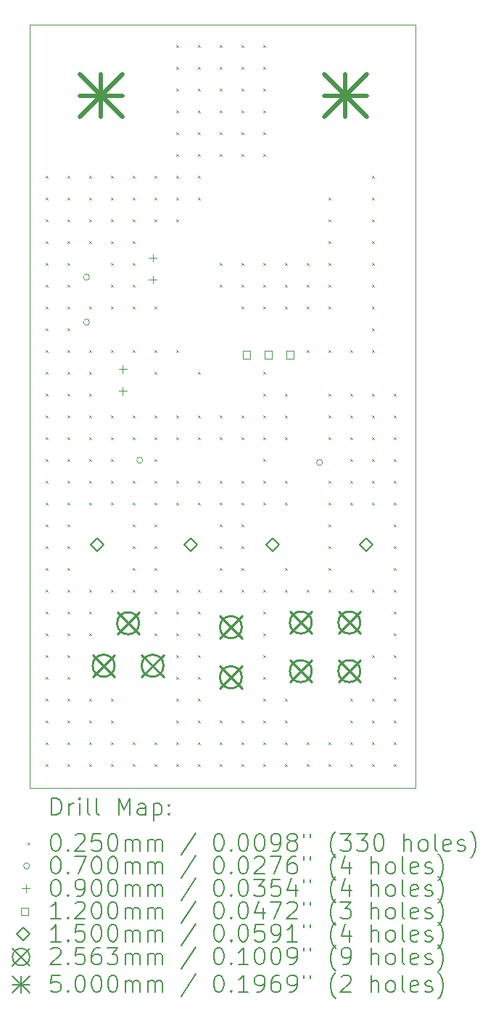
<source format=gbr>
%FSLAX45Y45*%
G04 Gerber Fmt 4.5, Leading zero omitted, Abs format (unit mm)*
G04 Created by KiCad (PCBNEW (6.0.5)) date 2022-08-02 11:39:34*
%MOMM*%
%LPD*%
G01*
G04 APERTURE LIST*
%TA.AperFunction,Profile*%
%ADD10C,0.100000*%
%TD*%
%ADD11C,0.200000*%
%ADD12C,0.025000*%
%ADD13C,0.070000*%
%ADD14C,0.090000*%
%ADD15C,0.120000*%
%ADD16C,0.150000*%
%ADD17C,0.256300*%
%ADD18C,0.500000*%
G04 APERTURE END LIST*
D10*
X9955000Y-5990000D02*
X14455000Y-5990000D01*
X14455000Y-5990000D02*
X14455000Y-14890000D01*
X14455000Y-14890000D02*
X9955000Y-14890000D01*
X9955000Y-14890000D02*
X9955000Y-5990000D01*
D11*
D12*
X10136800Y-7750500D02*
X10161800Y-7775500D01*
X10161800Y-7750500D02*
X10136800Y-7775500D01*
X10136800Y-8004500D02*
X10161800Y-8029500D01*
X10161800Y-8004500D02*
X10136800Y-8029500D01*
X10136800Y-8258500D02*
X10161800Y-8283500D01*
X10161800Y-8258500D02*
X10136800Y-8283500D01*
X10136800Y-8512500D02*
X10161800Y-8537500D01*
X10161800Y-8512500D02*
X10136800Y-8537500D01*
X10136800Y-8766500D02*
X10161800Y-8791500D01*
X10161800Y-8766500D02*
X10136800Y-8791500D01*
X10136800Y-9020500D02*
X10161800Y-9045500D01*
X10161800Y-9020500D02*
X10136800Y-9045500D01*
X10136800Y-9274500D02*
X10161800Y-9299500D01*
X10161800Y-9274500D02*
X10136800Y-9299500D01*
X10136800Y-9528500D02*
X10161800Y-9553500D01*
X10161800Y-9528500D02*
X10136800Y-9553500D01*
X10136800Y-9782500D02*
X10161800Y-9807500D01*
X10161800Y-9782500D02*
X10136800Y-9807500D01*
X10136800Y-10036500D02*
X10161800Y-10061500D01*
X10161800Y-10036500D02*
X10136800Y-10061500D01*
X10136800Y-10290500D02*
X10161800Y-10315500D01*
X10161800Y-10290500D02*
X10136800Y-10315500D01*
X10136800Y-10544500D02*
X10161800Y-10569500D01*
X10161800Y-10544500D02*
X10136800Y-10569500D01*
X10136800Y-10798500D02*
X10161800Y-10823500D01*
X10161800Y-10798500D02*
X10136800Y-10823500D01*
X10136800Y-11052500D02*
X10161800Y-11077500D01*
X10161800Y-11052500D02*
X10136800Y-11077500D01*
X10136800Y-11306500D02*
X10161800Y-11331500D01*
X10161800Y-11306500D02*
X10136800Y-11331500D01*
X10136800Y-11560500D02*
X10161800Y-11585500D01*
X10161800Y-11560500D02*
X10136800Y-11585500D01*
X10136800Y-11814500D02*
X10161800Y-11839500D01*
X10161800Y-11814500D02*
X10136800Y-11839500D01*
X10136800Y-12068500D02*
X10161800Y-12093500D01*
X10161800Y-12068500D02*
X10136800Y-12093500D01*
X10136800Y-12322500D02*
X10161800Y-12347500D01*
X10161800Y-12322500D02*
X10136800Y-12347500D01*
X10136800Y-12576500D02*
X10161800Y-12601500D01*
X10161800Y-12576500D02*
X10136800Y-12601500D01*
X10136800Y-12830500D02*
X10161800Y-12855500D01*
X10161800Y-12830500D02*
X10136800Y-12855500D01*
X10136800Y-13084500D02*
X10161800Y-13109500D01*
X10161800Y-13084500D02*
X10136800Y-13109500D01*
X10136800Y-13338500D02*
X10161800Y-13363500D01*
X10161800Y-13338500D02*
X10136800Y-13363500D01*
X10136800Y-13592500D02*
X10161800Y-13617500D01*
X10161800Y-13592500D02*
X10136800Y-13617500D01*
X10136800Y-13846500D02*
X10161800Y-13871500D01*
X10161800Y-13846500D02*
X10136800Y-13871500D01*
X10136800Y-14100500D02*
X10161800Y-14125500D01*
X10161800Y-14100500D02*
X10136800Y-14125500D01*
X10136800Y-14354500D02*
X10161800Y-14379500D01*
X10161800Y-14354500D02*
X10136800Y-14379500D01*
X10136800Y-14608500D02*
X10161800Y-14633500D01*
X10161800Y-14608500D02*
X10136800Y-14633500D01*
X10390800Y-7750500D02*
X10415800Y-7775500D01*
X10415800Y-7750500D02*
X10390800Y-7775500D01*
X10390800Y-8004500D02*
X10415800Y-8029500D01*
X10415800Y-8004500D02*
X10390800Y-8029500D01*
X10390800Y-8258500D02*
X10415800Y-8283500D01*
X10415800Y-8258500D02*
X10390800Y-8283500D01*
X10390800Y-8512500D02*
X10415800Y-8537500D01*
X10415800Y-8512500D02*
X10390800Y-8537500D01*
X10390800Y-8766500D02*
X10415800Y-8791500D01*
X10415800Y-8766500D02*
X10390800Y-8791500D01*
X10390800Y-9020500D02*
X10415800Y-9045500D01*
X10415800Y-9020500D02*
X10390800Y-9045500D01*
X10390800Y-9274500D02*
X10415800Y-9299500D01*
X10415800Y-9274500D02*
X10390800Y-9299500D01*
X10390800Y-9528500D02*
X10415800Y-9553500D01*
X10415800Y-9528500D02*
X10390800Y-9553500D01*
X10390800Y-9782500D02*
X10415800Y-9807500D01*
X10415800Y-9782500D02*
X10390800Y-9807500D01*
X10390800Y-10036500D02*
X10415800Y-10061500D01*
X10415800Y-10036500D02*
X10390800Y-10061500D01*
X10390800Y-10290500D02*
X10415800Y-10315500D01*
X10415800Y-10290500D02*
X10390800Y-10315500D01*
X10390800Y-10544500D02*
X10415800Y-10569500D01*
X10415800Y-10544500D02*
X10390800Y-10569500D01*
X10390800Y-10798500D02*
X10415800Y-10823500D01*
X10415800Y-10798500D02*
X10390800Y-10823500D01*
X10390800Y-11052500D02*
X10415800Y-11077500D01*
X10415800Y-11052500D02*
X10390800Y-11077500D01*
X10390800Y-11306500D02*
X10415800Y-11331500D01*
X10415800Y-11306500D02*
X10390800Y-11331500D01*
X10390800Y-11560500D02*
X10415800Y-11585500D01*
X10415800Y-11560500D02*
X10390800Y-11585500D01*
X10390800Y-11814500D02*
X10415800Y-11839500D01*
X10415800Y-11814500D02*
X10390800Y-11839500D01*
X10390800Y-12068500D02*
X10415800Y-12093500D01*
X10415800Y-12068500D02*
X10390800Y-12093500D01*
X10390800Y-12322500D02*
X10415800Y-12347500D01*
X10415800Y-12322500D02*
X10390800Y-12347500D01*
X10390800Y-12576500D02*
X10415800Y-12601500D01*
X10415800Y-12576500D02*
X10390800Y-12601500D01*
X10390800Y-12830500D02*
X10415800Y-12855500D01*
X10415800Y-12830500D02*
X10390800Y-12855500D01*
X10390800Y-13084500D02*
X10415800Y-13109500D01*
X10415800Y-13084500D02*
X10390800Y-13109500D01*
X10390800Y-13338500D02*
X10415800Y-13363500D01*
X10415800Y-13338500D02*
X10390800Y-13363500D01*
X10390800Y-13592500D02*
X10415800Y-13617500D01*
X10415800Y-13592500D02*
X10390800Y-13617500D01*
X10390800Y-13846500D02*
X10415800Y-13871500D01*
X10415800Y-13846500D02*
X10390800Y-13871500D01*
X10390800Y-14100500D02*
X10415800Y-14125500D01*
X10415800Y-14100500D02*
X10390800Y-14125500D01*
X10390800Y-14354500D02*
X10415800Y-14379500D01*
X10415800Y-14354500D02*
X10390800Y-14379500D01*
X10390800Y-14608500D02*
X10415800Y-14633500D01*
X10415800Y-14608500D02*
X10390800Y-14633500D01*
X10644800Y-7750500D02*
X10669800Y-7775500D01*
X10669800Y-7750500D02*
X10644800Y-7775500D01*
X10644800Y-8004500D02*
X10669800Y-8029500D01*
X10669800Y-8004500D02*
X10644800Y-8029500D01*
X10644800Y-8258500D02*
X10669800Y-8283500D01*
X10669800Y-8258500D02*
X10644800Y-8283500D01*
X10644800Y-8512500D02*
X10669800Y-8537500D01*
X10669800Y-8512500D02*
X10644800Y-8537500D01*
X10644800Y-9274500D02*
X10669800Y-9299500D01*
X10669800Y-9274500D02*
X10644800Y-9299500D01*
X10644800Y-9782500D02*
X10669800Y-9807500D01*
X10669800Y-9782500D02*
X10644800Y-9807500D01*
X10644800Y-10036500D02*
X10669800Y-10061500D01*
X10669800Y-10036500D02*
X10644800Y-10061500D01*
X10644800Y-10290500D02*
X10669800Y-10315500D01*
X10669800Y-10290500D02*
X10644800Y-10315500D01*
X10644800Y-10544500D02*
X10669800Y-10569500D01*
X10669800Y-10544500D02*
X10644800Y-10569500D01*
X10644800Y-10798500D02*
X10669800Y-10823500D01*
X10669800Y-10798500D02*
X10644800Y-10823500D01*
X10644800Y-11052500D02*
X10669800Y-11077500D01*
X10669800Y-11052500D02*
X10644800Y-11077500D01*
X10644800Y-11306500D02*
X10669800Y-11331500D01*
X10669800Y-11306500D02*
X10644800Y-11331500D01*
X10644800Y-11560500D02*
X10669800Y-11585500D01*
X10669800Y-11560500D02*
X10644800Y-11585500D01*
X10644800Y-12576500D02*
X10669800Y-12601500D01*
X10669800Y-12576500D02*
X10644800Y-12601500D01*
X10644800Y-12830500D02*
X10669800Y-12855500D01*
X10669800Y-12830500D02*
X10644800Y-12855500D01*
X10644800Y-13084500D02*
X10669800Y-13109500D01*
X10669800Y-13084500D02*
X10644800Y-13109500D01*
X10644800Y-13846500D02*
X10669800Y-13871500D01*
X10669800Y-13846500D02*
X10644800Y-13871500D01*
X10644800Y-14100500D02*
X10669800Y-14125500D01*
X10669800Y-14100500D02*
X10644800Y-14125500D01*
X10644800Y-14354500D02*
X10669800Y-14379500D01*
X10669800Y-14354500D02*
X10644800Y-14379500D01*
X10644800Y-14608500D02*
X10669800Y-14633500D01*
X10669800Y-14608500D02*
X10644800Y-14633500D01*
X10898800Y-7750500D02*
X10923800Y-7775500D01*
X10923800Y-7750500D02*
X10898800Y-7775500D01*
X10898800Y-8004500D02*
X10923800Y-8029500D01*
X10923800Y-8004500D02*
X10898800Y-8029500D01*
X10898800Y-8258500D02*
X10923800Y-8283500D01*
X10923800Y-8258500D02*
X10898800Y-8283500D01*
X10898800Y-8512500D02*
X10923800Y-8537500D01*
X10923800Y-8512500D02*
X10898800Y-8537500D01*
X10898800Y-8766500D02*
X10923800Y-8791500D01*
X10923800Y-8766500D02*
X10898800Y-8791500D01*
X10898800Y-9020500D02*
X10923800Y-9045500D01*
X10923800Y-9020500D02*
X10898800Y-9045500D01*
X10898800Y-9274500D02*
X10923800Y-9299500D01*
X10923800Y-9274500D02*
X10898800Y-9299500D01*
X10898800Y-9782500D02*
X10923800Y-9807500D01*
X10923800Y-9782500D02*
X10898800Y-9807500D01*
X10898800Y-10544500D02*
X10923800Y-10569500D01*
X10923800Y-10544500D02*
X10898800Y-10569500D01*
X10898800Y-10798500D02*
X10923800Y-10823500D01*
X10923800Y-10798500D02*
X10898800Y-10823500D01*
X10898800Y-11052500D02*
X10923800Y-11077500D01*
X10923800Y-11052500D02*
X10898800Y-11077500D01*
X10898800Y-11306500D02*
X10923800Y-11331500D01*
X10923800Y-11306500D02*
X10898800Y-11331500D01*
X10898800Y-11560500D02*
X10923800Y-11585500D01*
X10923800Y-11560500D02*
X10898800Y-11585500D01*
X10898800Y-12576500D02*
X10923800Y-12601500D01*
X10923800Y-12576500D02*
X10898800Y-12601500D01*
X10898800Y-13846500D02*
X10923800Y-13871500D01*
X10923800Y-13846500D02*
X10898800Y-13871500D01*
X10898800Y-14100500D02*
X10923800Y-14125500D01*
X10923800Y-14100500D02*
X10898800Y-14125500D01*
X10898800Y-14354500D02*
X10923800Y-14379500D01*
X10923800Y-14354500D02*
X10898800Y-14379500D01*
X10898800Y-14608500D02*
X10923800Y-14633500D01*
X10923800Y-14608500D02*
X10898800Y-14633500D01*
X11152800Y-7750500D02*
X11177800Y-7775500D01*
X11177800Y-7750500D02*
X11152800Y-7775500D01*
X11152800Y-8004500D02*
X11177800Y-8029500D01*
X11177800Y-8004500D02*
X11152800Y-8029500D01*
X11152800Y-8258500D02*
X11177800Y-8283500D01*
X11177800Y-8258500D02*
X11152800Y-8283500D01*
X11152800Y-8512500D02*
X11177800Y-8537500D01*
X11177800Y-8512500D02*
X11152800Y-8537500D01*
X11152800Y-8766500D02*
X11177800Y-8791500D01*
X11177800Y-8766500D02*
X11152800Y-8791500D01*
X11152800Y-9020500D02*
X11177800Y-9045500D01*
X11177800Y-9020500D02*
X11152800Y-9045500D01*
X11152800Y-9274500D02*
X11177800Y-9299500D01*
X11177800Y-9274500D02*
X11152800Y-9299500D01*
X11152800Y-9782500D02*
X11177800Y-9807500D01*
X11177800Y-9782500D02*
X11152800Y-9807500D01*
X11152800Y-10544500D02*
X11177800Y-10569500D01*
X11177800Y-10544500D02*
X11152800Y-10569500D01*
X11152800Y-10798500D02*
X11177800Y-10823500D01*
X11177800Y-10798500D02*
X11152800Y-10823500D01*
X11152800Y-11306500D02*
X11177800Y-11331500D01*
X11177800Y-11306500D02*
X11152800Y-11331500D01*
X11152800Y-11560500D02*
X11177800Y-11585500D01*
X11177800Y-11560500D02*
X11152800Y-11585500D01*
X11152800Y-11814500D02*
X11177800Y-11839500D01*
X11177800Y-11814500D02*
X11152800Y-11839500D01*
X11152800Y-12068500D02*
X11177800Y-12093500D01*
X11177800Y-12068500D02*
X11152800Y-12093500D01*
X11152800Y-12322500D02*
X11177800Y-12347500D01*
X11177800Y-12322500D02*
X11152800Y-12347500D01*
X11152800Y-12576500D02*
X11177800Y-12601500D01*
X11177800Y-12576500D02*
X11152800Y-12601500D01*
X11152800Y-14354500D02*
X11177800Y-14379500D01*
X11177800Y-14354500D02*
X11152800Y-14379500D01*
X11152800Y-14608500D02*
X11177800Y-14633500D01*
X11177800Y-14608500D02*
X11152800Y-14633500D01*
X11406800Y-7750500D02*
X11431800Y-7775500D01*
X11431800Y-7750500D02*
X11406800Y-7775500D01*
X11406800Y-8004500D02*
X11431800Y-8029500D01*
X11431800Y-8004500D02*
X11406800Y-8029500D01*
X11406800Y-8258500D02*
X11431800Y-8283500D01*
X11431800Y-8258500D02*
X11406800Y-8283500D01*
X11406800Y-9274500D02*
X11431800Y-9299500D01*
X11431800Y-9274500D02*
X11406800Y-9299500D01*
X11406800Y-9782500D02*
X11431800Y-9807500D01*
X11431800Y-9782500D02*
X11406800Y-9807500D01*
X11406800Y-10036500D02*
X11431800Y-10061500D01*
X11431800Y-10036500D02*
X11406800Y-10061500D01*
X11406800Y-10544500D02*
X11431800Y-10569500D01*
X11431800Y-10544500D02*
X11406800Y-10569500D01*
X11406800Y-10798500D02*
X11431800Y-10823500D01*
X11431800Y-10798500D02*
X11406800Y-10823500D01*
X11406800Y-11052500D02*
X11431800Y-11077500D01*
X11431800Y-11052500D02*
X11406800Y-11077500D01*
X11406800Y-11306500D02*
X11431800Y-11331500D01*
X11431800Y-11306500D02*
X11406800Y-11331500D01*
X11406800Y-11560500D02*
X11431800Y-11585500D01*
X11431800Y-11560500D02*
X11406800Y-11585500D01*
X11406800Y-11814500D02*
X11431800Y-11839500D01*
X11431800Y-11814500D02*
X11406800Y-11839500D01*
X11406800Y-12068500D02*
X11431800Y-12093500D01*
X11431800Y-12068500D02*
X11406800Y-12093500D01*
X11406800Y-12322500D02*
X11431800Y-12347500D01*
X11431800Y-12322500D02*
X11406800Y-12347500D01*
X11406800Y-12576500D02*
X11431800Y-12601500D01*
X11431800Y-12576500D02*
X11406800Y-12601500D01*
X11406800Y-12830500D02*
X11431800Y-12855500D01*
X11431800Y-12830500D02*
X11406800Y-12855500D01*
X11406800Y-13084500D02*
X11431800Y-13109500D01*
X11431800Y-13084500D02*
X11406800Y-13109500D01*
X11406800Y-14354500D02*
X11431800Y-14379500D01*
X11431800Y-14354500D02*
X11406800Y-14379500D01*
X11406800Y-14608500D02*
X11431800Y-14633500D01*
X11431800Y-14608500D02*
X11406800Y-14633500D01*
X11660800Y-6226500D02*
X11685800Y-6251500D01*
X11685800Y-6226500D02*
X11660800Y-6251500D01*
X11660800Y-6480500D02*
X11685800Y-6505500D01*
X11685800Y-6480500D02*
X11660800Y-6505500D01*
X11660800Y-6734500D02*
X11685800Y-6759500D01*
X11685800Y-6734500D02*
X11660800Y-6759500D01*
X11660800Y-6988500D02*
X11685800Y-7013500D01*
X11685800Y-6988500D02*
X11660800Y-7013500D01*
X11660800Y-7242500D02*
X11685800Y-7267500D01*
X11685800Y-7242500D02*
X11660800Y-7267500D01*
X11660800Y-7496500D02*
X11685800Y-7521500D01*
X11685800Y-7496500D02*
X11660800Y-7521500D01*
X11660800Y-7750500D02*
X11685800Y-7775500D01*
X11685800Y-7750500D02*
X11660800Y-7775500D01*
X11660800Y-8004500D02*
X11685800Y-8029500D01*
X11685800Y-8004500D02*
X11660800Y-8029500D01*
X11660800Y-8258500D02*
X11685800Y-8283500D01*
X11685800Y-8258500D02*
X11660800Y-8283500D01*
X11660800Y-9782500D02*
X11685800Y-9807500D01*
X11685800Y-9782500D02*
X11660800Y-9807500D01*
X11660800Y-10544500D02*
X11685800Y-10569500D01*
X11685800Y-10544500D02*
X11660800Y-10569500D01*
X11660800Y-10798500D02*
X11685800Y-10823500D01*
X11685800Y-10798500D02*
X11660800Y-10823500D01*
X11660800Y-11306500D02*
X11685800Y-11331500D01*
X11685800Y-11306500D02*
X11660800Y-11331500D01*
X11660800Y-11560500D02*
X11685800Y-11585500D01*
X11685800Y-11560500D02*
X11660800Y-11585500D01*
X11660800Y-12576500D02*
X11685800Y-12601500D01*
X11685800Y-12576500D02*
X11660800Y-12601500D01*
X11660800Y-12830500D02*
X11685800Y-12855500D01*
X11685800Y-12830500D02*
X11660800Y-12855500D01*
X11660800Y-13084500D02*
X11685800Y-13109500D01*
X11685800Y-13084500D02*
X11660800Y-13109500D01*
X11660800Y-13338500D02*
X11685800Y-13363500D01*
X11685800Y-13338500D02*
X11660800Y-13363500D01*
X11660800Y-13592500D02*
X11685800Y-13617500D01*
X11685800Y-13592500D02*
X11660800Y-13617500D01*
X11660800Y-13846500D02*
X11685800Y-13871500D01*
X11685800Y-13846500D02*
X11660800Y-13871500D01*
X11660800Y-14100500D02*
X11685800Y-14125500D01*
X11685800Y-14100500D02*
X11660800Y-14125500D01*
X11660800Y-14354500D02*
X11685800Y-14379500D01*
X11685800Y-14354500D02*
X11660800Y-14379500D01*
X11660800Y-14608500D02*
X11685800Y-14633500D01*
X11685800Y-14608500D02*
X11660800Y-14633500D01*
X11914800Y-6226500D02*
X11939800Y-6251500D01*
X11939800Y-6226500D02*
X11914800Y-6251500D01*
X11914800Y-6480500D02*
X11939800Y-6505500D01*
X11939800Y-6480500D02*
X11914800Y-6505500D01*
X11914800Y-6734500D02*
X11939800Y-6759500D01*
X11939800Y-6734500D02*
X11914800Y-6759500D01*
X11914800Y-6988500D02*
X11939800Y-7013500D01*
X11939800Y-6988500D02*
X11914800Y-7013500D01*
X11914800Y-7242500D02*
X11939800Y-7267500D01*
X11939800Y-7242500D02*
X11914800Y-7267500D01*
X11914800Y-7496500D02*
X11939800Y-7521500D01*
X11939800Y-7496500D02*
X11914800Y-7521500D01*
X11914800Y-7750500D02*
X11939800Y-7775500D01*
X11939800Y-7750500D02*
X11914800Y-7775500D01*
X11914800Y-8004500D02*
X11939800Y-8029500D01*
X11939800Y-8004500D02*
X11914800Y-8029500D01*
X11914800Y-10036500D02*
X11939800Y-10061500D01*
X11939800Y-10036500D02*
X11914800Y-10061500D01*
X11914800Y-10544500D02*
X11939800Y-10569500D01*
X11939800Y-10544500D02*
X11914800Y-10569500D01*
X11914800Y-10798500D02*
X11939800Y-10823500D01*
X11939800Y-10798500D02*
X11914800Y-10823500D01*
X11914800Y-11306500D02*
X11939800Y-11331500D01*
X11939800Y-11306500D02*
X11914800Y-11331500D01*
X11914800Y-11560500D02*
X11939800Y-11585500D01*
X11939800Y-11560500D02*
X11914800Y-11585500D01*
X11914800Y-12576500D02*
X11939800Y-12601500D01*
X11939800Y-12576500D02*
X11914800Y-12601500D01*
X11914800Y-12830500D02*
X11939800Y-12855500D01*
X11939800Y-12830500D02*
X11914800Y-12855500D01*
X11914800Y-13084500D02*
X11939800Y-13109500D01*
X11939800Y-13084500D02*
X11914800Y-13109500D01*
X11914800Y-13338500D02*
X11939800Y-13363500D01*
X11939800Y-13338500D02*
X11914800Y-13363500D01*
X11914800Y-13592500D02*
X11939800Y-13617500D01*
X11939800Y-13592500D02*
X11914800Y-13617500D01*
X11914800Y-13846500D02*
X11939800Y-13871500D01*
X11939800Y-13846500D02*
X11914800Y-13871500D01*
X11914800Y-14100500D02*
X11939800Y-14125500D01*
X11939800Y-14100500D02*
X11914800Y-14125500D01*
X11914800Y-14354500D02*
X11939800Y-14379500D01*
X11939800Y-14354500D02*
X11914800Y-14379500D01*
X11914800Y-14608500D02*
X11939800Y-14633500D01*
X11939800Y-14608500D02*
X11914800Y-14633500D01*
X12168800Y-6226500D02*
X12193800Y-6251500D01*
X12193800Y-6226500D02*
X12168800Y-6251500D01*
X12168800Y-6480500D02*
X12193800Y-6505500D01*
X12193800Y-6480500D02*
X12168800Y-6505500D01*
X12168800Y-6734500D02*
X12193800Y-6759500D01*
X12193800Y-6734500D02*
X12168800Y-6759500D01*
X12168800Y-6988500D02*
X12193800Y-7013500D01*
X12193800Y-6988500D02*
X12168800Y-7013500D01*
X12168800Y-7242500D02*
X12193800Y-7267500D01*
X12193800Y-7242500D02*
X12168800Y-7267500D01*
X12168800Y-7496500D02*
X12193800Y-7521500D01*
X12193800Y-7496500D02*
X12168800Y-7521500D01*
X12168800Y-8766500D02*
X12193800Y-8791500D01*
X12193800Y-8766500D02*
X12168800Y-8791500D01*
X12168800Y-9020500D02*
X12193800Y-9045500D01*
X12193800Y-9020500D02*
X12168800Y-9045500D01*
X12168800Y-10544500D02*
X12193800Y-10569500D01*
X12193800Y-10544500D02*
X12168800Y-10569500D01*
X12168800Y-10798500D02*
X12193800Y-10823500D01*
X12193800Y-10798500D02*
X12168800Y-10823500D01*
X12168800Y-11306500D02*
X12193800Y-11331500D01*
X12193800Y-11306500D02*
X12168800Y-11331500D01*
X12168800Y-11560500D02*
X12193800Y-11585500D01*
X12193800Y-11560500D02*
X12168800Y-11585500D01*
X12168800Y-11814500D02*
X12193800Y-11839500D01*
X12193800Y-11814500D02*
X12168800Y-11839500D01*
X12168800Y-12068500D02*
X12193800Y-12093500D01*
X12193800Y-12068500D02*
X12168800Y-12093500D01*
X12168800Y-12322500D02*
X12193800Y-12347500D01*
X12193800Y-12322500D02*
X12168800Y-12347500D01*
X12168800Y-12576500D02*
X12193800Y-12601500D01*
X12193800Y-12576500D02*
X12168800Y-12601500D01*
X12168800Y-14100500D02*
X12193800Y-14125500D01*
X12193800Y-14100500D02*
X12168800Y-14125500D01*
X12168800Y-14354500D02*
X12193800Y-14379500D01*
X12193800Y-14354500D02*
X12168800Y-14379500D01*
X12168800Y-14608500D02*
X12193800Y-14633500D01*
X12193800Y-14608500D02*
X12168800Y-14633500D01*
X12422800Y-6226500D02*
X12447800Y-6251500D01*
X12447800Y-6226500D02*
X12422800Y-6251500D01*
X12422800Y-6480500D02*
X12447800Y-6505500D01*
X12447800Y-6480500D02*
X12422800Y-6505500D01*
X12422800Y-6734500D02*
X12447800Y-6759500D01*
X12447800Y-6734500D02*
X12422800Y-6759500D01*
X12422800Y-6988500D02*
X12447800Y-7013500D01*
X12447800Y-6988500D02*
X12422800Y-7013500D01*
X12422800Y-7242500D02*
X12447800Y-7267500D01*
X12447800Y-7242500D02*
X12422800Y-7267500D01*
X12422800Y-7496500D02*
X12447800Y-7521500D01*
X12447800Y-7496500D02*
X12422800Y-7521500D01*
X12422800Y-8766500D02*
X12447800Y-8791500D01*
X12447800Y-8766500D02*
X12422800Y-8791500D01*
X12422800Y-9020500D02*
X12447800Y-9045500D01*
X12447800Y-9020500D02*
X12422800Y-9045500D01*
X12422800Y-9274500D02*
X12447800Y-9299500D01*
X12447800Y-9274500D02*
X12422800Y-9299500D01*
X12422800Y-10544500D02*
X12447800Y-10569500D01*
X12447800Y-10544500D02*
X12422800Y-10569500D01*
X12422800Y-10798500D02*
X12447800Y-10823500D01*
X12447800Y-10798500D02*
X12422800Y-10823500D01*
X12422800Y-11306500D02*
X12447800Y-11331500D01*
X12447800Y-11306500D02*
X12422800Y-11331500D01*
X12422800Y-11560500D02*
X12447800Y-11585500D01*
X12447800Y-11560500D02*
X12422800Y-11585500D01*
X12422800Y-11814500D02*
X12447800Y-11839500D01*
X12447800Y-11814500D02*
X12422800Y-11839500D01*
X12422800Y-12068500D02*
X12447800Y-12093500D01*
X12447800Y-12068500D02*
X12422800Y-12093500D01*
X12422800Y-12322500D02*
X12447800Y-12347500D01*
X12447800Y-12322500D02*
X12422800Y-12347500D01*
X12422800Y-12576500D02*
X12447800Y-12601500D01*
X12447800Y-12576500D02*
X12422800Y-12601500D01*
X12422800Y-14100500D02*
X12447800Y-14125500D01*
X12447800Y-14100500D02*
X12422800Y-14125500D01*
X12422800Y-14354500D02*
X12447800Y-14379500D01*
X12447800Y-14354500D02*
X12422800Y-14379500D01*
X12422800Y-14608500D02*
X12447800Y-14633500D01*
X12447800Y-14608500D02*
X12422800Y-14633500D01*
X12676800Y-6226500D02*
X12701800Y-6251500D01*
X12701800Y-6226500D02*
X12676800Y-6251500D01*
X12676800Y-6480500D02*
X12701800Y-6505500D01*
X12701800Y-6480500D02*
X12676800Y-6505500D01*
X12676800Y-6734500D02*
X12701800Y-6759500D01*
X12701800Y-6734500D02*
X12676800Y-6759500D01*
X12676800Y-6988500D02*
X12701800Y-7013500D01*
X12701800Y-6988500D02*
X12676800Y-7013500D01*
X12676800Y-7242500D02*
X12701800Y-7267500D01*
X12701800Y-7242500D02*
X12676800Y-7267500D01*
X12676800Y-7496500D02*
X12701800Y-7521500D01*
X12701800Y-7496500D02*
X12676800Y-7521500D01*
X12676800Y-8766500D02*
X12701800Y-8791500D01*
X12701800Y-8766500D02*
X12676800Y-8791500D01*
X12676800Y-9020500D02*
X12701800Y-9045500D01*
X12701800Y-9020500D02*
X12676800Y-9045500D01*
X12676800Y-9274500D02*
X12701800Y-9299500D01*
X12701800Y-9274500D02*
X12676800Y-9299500D01*
X12676800Y-10036500D02*
X12701800Y-10061500D01*
X12701800Y-10036500D02*
X12676800Y-10061500D01*
X12676800Y-10290500D02*
X12701800Y-10315500D01*
X12701800Y-10290500D02*
X12676800Y-10315500D01*
X12676800Y-10544500D02*
X12701800Y-10569500D01*
X12701800Y-10544500D02*
X12676800Y-10569500D01*
X12676800Y-10798500D02*
X12701800Y-10823500D01*
X12701800Y-10798500D02*
X12676800Y-10823500D01*
X12676800Y-11052500D02*
X12701800Y-11077500D01*
X12701800Y-11052500D02*
X12676800Y-11077500D01*
X12676800Y-11306500D02*
X12701800Y-11331500D01*
X12701800Y-11306500D02*
X12676800Y-11331500D01*
X12676800Y-11560500D02*
X12701800Y-11585500D01*
X12701800Y-11560500D02*
X12676800Y-11585500D01*
X12676800Y-12576500D02*
X12701800Y-12601500D01*
X12701800Y-12576500D02*
X12676800Y-12601500D01*
X12676800Y-12830500D02*
X12701800Y-12855500D01*
X12701800Y-12830500D02*
X12676800Y-12855500D01*
X12676800Y-13084500D02*
X12701800Y-13109500D01*
X12701800Y-13084500D02*
X12676800Y-13109500D01*
X12676800Y-13338500D02*
X12701800Y-13363500D01*
X12701800Y-13338500D02*
X12676800Y-13363500D01*
X12676800Y-13592500D02*
X12701800Y-13617500D01*
X12701800Y-13592500D02*
X12676800Y-13617500D01*
X12676800Y-13846500D02*
X12701800Y-13871500D01*
X12701800Y-13846500D02*
X12676800Y-13871500D01*
X12676800Y-14100500D02*
X12701800Y-14125500D01*
X12701800Y-14100500D02*
X12676800Y-14125500D01*
X12676800Y-14354500D02*
X12701800Y-14379500D01*
X12701800Y-14354500D02*
X12676800Y-14379500D01*
X12676800Y-14608500D02*
X12701800Y-14633500D01*
X12701800Y-14608500D02*
X12676800Y-14633500D01*
X12930800Y-8766500D02*
X12955800Y-8791500D01*
X12955800Y-8766500D02*
X12930800Y-8791500D01*
X12930800Y-9020500D02*
X12955800Y-9045500D01*
X12955800Y-9020500D02*
X12930800Y-9045500D01*
X12930800Y-9274500D02*
X12955800Y-9299500D01*
X12955800Y-9274500D02*
X12930800Y-9299500D01*
X12930800Y-10290500D02*
X12955800Y-10315500D01*
X12955800Y-10290500D02*
X12930800Y-10315500D01*
X12930800Y-10544500D02*
X12955800Y-10569500D01*
X12955800Y-10544500D02*
X12930800Y-10569500D01*
X12930800Y-10798500D02*
X12955800Y-10823500D01*
X12955800Y-10798500D02*
X12930800Y-10823500D01*
X12930800Y-11306500D02*
X12955800Y-11331500D01*
X12955800Y-11306500D02*
X12930800Y-11331500D01*
X12930800Y-11560500D02*
X12955800Y-11585500D01*
X12955800Y-11560500D02*
X12930800Y-11585500D01*
X12930800Y-12322500D02*
X12955800Y-12347500D01*
X12955800Y-12322500D02*
X12930800Y-12347500D01*
X12930800Y-12576500D02*
X12955800Y-12601500D01*
X12955800Y-12576500D02*
X12930800Y-12601500D01*
X12930800Y-13846500D02*
X12955800Y-13871500D01*
X12955800Y-13846500D02*
X12930800Y-13871500D01*
X12930800Y-14100500D02*
X12955800Y-14125500D01*
X12955800Y-14100500D02*
X12930800Y-14125500D01*
X12930800Y-14354500D02*
X12955800Y-14379500D01*
X12955800Y-14354500D02*
X12930800Y-14379500D01*
X12930800Y-14608500D02*
X12955800Y-14633500D01*
X12955800Y-14608500D02*
X12930800Y-14633500D01*
X13184800Y-8766500D02*
X13209800Y-8791500D01*
X13209800Y-8766500D02*
X13184800Y-8791500D01*
X13184800Y-9020500D02*
X13209800Y-9045500D01*
X13209800Y-9020500D02*
X13184800Y-9045500D01*
X13184800Y-9274500D02*
X13209800Y-9299500D01*
X13209800Y-9274500D02*
X13184800Y-9299500D01*
X13184800Y-9782500D02*
X13209800Y-9807500D01*
X13209800Y-9782500D02*
X13184800Y-9807500D01*
X13184800Y-12576500D02*
X13209800Y-12601500D01*
X13209800Y-12576500D02*
X13184800Y-12601500D01*
X13184800Y-14354500D02*
X13209800Y-14379500D01*
X13209800Y-14354500D02*
X13184800Y-14379500D01*
X13184800Y-14608500D02*
X13209800Y-14633500D01*
X13209800Y-14608500D02*
X13184800Y-14633500D01*
X13438800Y-8004500D02*
X13463800Y-8029500D01*
X13463800Y-8004500D02*
X13438800Y-8029500D01*
X13438800Y-8258500D02*
X13463800Y-8283500D01*
X13463800Y-8258500D02*
X13438800Y-8283500D01*
X13438800Y-8512500D02*
X13463800Y-8537500D01*
X13463800Y-8512500D02*
X13438800Y-8537500D01*
X13438800Y-8766500D02*
X13463800Y-8791500D01*
X13463800Y-8766500D02*
X13438800Y-8791500D01*
X13438800Y-9020500D02*
X13463800Y-9045500D01*
X13463800Y-9020500D02*
X13438800Y-9045500D01*
X13438800Y-9274500D02*
X13463800Y-9299500D01*
X13463800Y-9274500D02*
X13438800Y-9299500D01*
X13438800Y-9782500D02*
X13463800Y-9807500D01*
X13463800Y-9782500D02*
X13438800Y-9807500D01*
X13438800Y-10290500D02*
X13463800Y-10315500D01*
X13463800Y-10290500D02*
X13438800Y-10315500D01*
X13438800Y-10544500D02*
X13463800Y-10569500D01*
X13463800Y-10544500D02*
X13438800Y-10569500D01*
X13438800Y-10798500D02*
X13463800Y-10823500D01*
X13463800Y-10798500D02*
X13438800Y-10823500D01*
X13438800Y-11306500D02*
X13463800Y-11331500D01*
X13463800Y-11306500D02*
X13438800Y-11331500D01*
X13438800Y-11560500D02*
X13463800Y-11585500D01*
X13463800Y-11560500D02*
X13438800Y-11585500D01*
X13438800Y-11814500D02*
X13463800Y-11839500D01*
X13463800Y-11814500D02*
X13438800Y-11839500D01*
X13438800Y-12068500D02*
X13463800Y-12093500D01*
X13463800Y-12068500D02*
X13438800Y-12093500D01*
X13438800Y-12322500D02*
X13463800Y-12347500D01*
X13463800Y-12322500D02*
X13438800Y-12347500D01*
X13438800Y-12576500D02*
X13463800Y-12601500D01*
X13463800Y-12576500D02*
X13438800Y-12601500D01*
X13438800Y-14354500D02*
X13463800Y-14379500D01*
X13463800Y-14354500D02*
X13438800Y-14379500D01*
X13438800Y-14608500D02*
X13463800Y-14633500D01*
X13463800Y-14608500D02*
X13438800Y-14633500D01*
X13692800Y-9782500D02*
X13717800Y-9807500D01*
X13717800Y-9782500D02*
X13692800Y-9807500D01*
X13692800Y-10290500D02*
X13717800Y-10315500D01*
X13717800Y-10290500D02*
X13692800Y-10315500D01*
X13692800Y-10544500D02*
X13717800Y-10569500D01*
X13717800Y-10544500D02*
X13692800Y-10569500D01*
X13692800Y-10798500D02*
X13717800Y-10823500D01*
X13717800Y-10798500D02*
X13692800Y-10823500D01*
X13692800Y-11052500D02*
X13717800Y-11077500D01*
X13717800Y-11052500D02*
X13692800Y-11077500D01*
X13692800Y-11306500D02*
X13717800Y-11331500D01*
X13717800Y-11306500D02*
X13692800Y-11331500D01*
X13692800Y-11560500D02*
X13717800Y-11585500D01*
X13717800Y-11560500D02*
X13692800Y-11585500D01*
X13692800Y-12576500D02*
X13717800Y-12601500D01*
X13717800Y-12576500D02*
X13692800Y-12601500D01*
X13692800Y-13846500D02*
X13717800Y-13871500D01*
X13717800Y-13846500D02*
X13692800Y-13871500D01*
X13692800Y-14100500D02*
X13717800Y-14125500D01*
X13717800Y-14100500D02*
X13692800Y-14125500D01*
X13692800Y-14354500D02*
X13717800Y-14379500D01*
X13717800Y-14354500D02*
X13692800Y-14379500D01*
X13692800Y-14608500D02*
X13717800Y-14633500D01*
X13717800Y-14608500D02*
X13692800Y-14633500D01*
X13946800Y-7750500D02*
X13971800Y-7775500D01*
X13971800Y-7750500D02*
X13946800Y-7775500D01*
X13946800Y-8004500D02*
X13971800Y-8029500D01*
X13971800Y-8004500D02*
X13946800Y-8029500D01*
X13946800Y-8258500D02*
X13971800Y-8283500D01*
X13971800Y-8258500D02*
X13946800Y-8283500D01*
X13946800Y-8512500D02*
X13971800Y-8537500D01*
X13971800Y-8512500D02*
X13946800Y-8537500D01*
X13946800Y-8766500D02*
X13971800Y-8791500D01*
X13971800Y-8766500D02*
X13946800Y-8791500D01*
X13946800Y-9020500D02*
X13971800Y-9045500D01*
X13971800Y-9020500D02*
X13946800Y-9045500D01*
X13946800Y-9274500D02*
X13971800Y-9299500D01*
X13971800Y-9274500D02*
X13946800Y-9299500D01*
X13946800Y-9528500D02*
X13971800Y-9553500D01*
X13971800Y-9528500D02*
X13946800Y-9553500D01*
X13946800Y-9782500D02*
X13971800Y-9807500D01*
X13971800Y-9782500D02*
X13946800Y-9807500D01*
X13946800Y-10290500D02*
X13971800Y-10315500D01*
X13971800Y-10290500D02*
X13946800Y-10315500D01*
X13946800Y-10544500D02*
X13971800Y-10569500D01*
X13971800Y-10544500D02*
X13946800Y-10569500D01*
X13946800Y-10798500D02*
X13971800Y-10823500D01*
X13971800Y-10798500D02*
X13946800Y-10823500D01*
X13946800Y-11052500D02*
X13971800Y-11077500D01*
X13971800Y-11052500D02*
X13946800Y-11077500D01*
X13946800Y-11306500D02*
X13971800Y-11331500D01*
X13971800Y-11306500D02*
X13946800Y-11331500D01*
X13946800Y-11560500D02*
X13971800Y-11585500D01*
X13971800Y-11560500D02*
X13946800Y-11585500D01*
X13946800Y-12576500D02*
X13971800Y-12601500D01*
X13971800Y-12576500D02*
X13946800Y-12601500D01*
X13946800Y-13338500D02*
X13971800Y-13363500D01*
X13971800Y-13338500D02*
X13946800Y-13363500D01*
X13946800Y-13846500D02*
X13971800Y-13871500D01*
X13971800Y-13846500D02*
X13946800Y-13871500D01*
X13946800Y-14100500D02*
X13971800Y-14125500D01*
X13971800Y-14100500D02*
X13946800Y-14125500D01*
X13946800Y-14354500D02*
X13971800Y-14379500D01*
X13971800Y-14354500D02*
X13946800Y-14379500D01*
X13946800Y-14608500D02*
X13971800Y-14633500D01*
X13971800Y-14608500D02*
X13946800Y-14633500D01*
X14200800Y-10290500D02*
X14225800Y-10315500D01*
X14225800Y-10290500D02*
X14200800Y-10315500D01*
X14200800Y-10544500D02*
X14225800Y-10569500D01*
X14225800Y-10544500D02*
X14200800Y-10569500D01*
X14200800Y-10798500D02*
X14225800Y-10823500D01*
X14225800Y-10798500D02*
X14200800Y-10823500D01*
X14200800Y-11052500D02*
X14225800Y-11077500D01*
X14225800Y-11052500D02*
X14200800Y-11077500D01*
X14200800Y-11306500D02*
X14225800Y-11331500D01*
X14225800Y-11306500D02*
X14200800Y-11331500D01*
X14200800Y-11560500D02*
X14225800Y-11585500D01*
X14225800Y-11560500D02*
X14200800Y-11585500D01*
X14200800Y-11814500D02*
X14225800Y-11839500D01*
X14225800Y-11814500D02*
X14200800Y-11839500D01*
X14200800Y-12068500D02*
X14225800Y-12093500D01*
X14225800Y-12068500D02*
X14200800Y-12093500D01*
X14200800Y-12322500D02*
X14225800Y-12347500D01*
X14225800Y-12322500D02*
X14200800Y-12347500D01*
X14200800Y-12576500D02*
X14225800Y-12601500D01*
X14225800Y-12576500D02*
X14200800Y-12601500D01*
X14200800Y-12830500D02*
X14225800Y-12855500D01*
X14225800Y-12830500D02*
X14200800Y-12855500D01*
X14200800Y-13084500D02*
X14225800Y-13109500D01*
X14225800Y-13084500D02*
X14200800Y-13109500D01*
X14200800Y-13338500D02*
X14225800Y-13363500D01*
X14225800Y-13338500D02*
X14200800Y-13363500D01*
X14200800Y-13592500D02*
X14225800Y-13617500D01*
X14225800Y-13592500D02*
X14200800Y-13617500D01*
X14200800Y-13846500D02*
X14225800Y-13871500D01*
X14225800Y-13846500D02*
X14200800Y-13871500D01*
X14200800Y-14100500D02*
X14225800Y-14125500D01*
X14225800Y-14100500D02*
X14200800Y-14125500D01*
X14200800Y-14354500D02*
X14225800Y-14379500D01*
X14225800Y-14354500D02*
X14200800Y-14379500D01*
X14200800Y-14608500D02*
X14225800Y-14633500D01*
X14225800Y-14608500D02*
X14200800Y-14633500D01*
D13*
X10649000Y-8935000D02*
G75*
G03*
X10649000Y-8935000I-35000J0D01*
G01*
X10649000Y-9460000D02*
G75*
G03*
X10649000Y-9460000I-35000J0D01*
G01*
X11270000Y-11070000D02*
G75*
G03*
X11270000Y-11070000I-35000J0D01*
G01*
X13370000Y-11095000D02*
G75*
G03*
X13370000Y-11095000I-35000J0D01*
G01*
D14*
X11039000Y-9962500D02*
X11039000Y-10052500D01*
X10994000Y-10007500D02*
X11084000Y-10007500D01*
X11039000Y-10216500D02*
X11039000Y-10306500D01*
X10994000Y-10261500D02*
X11084000Y-10261500D01*
X11389000Y-8663500D02*
X11389000Y-8753500D01*
X11344000Y-8708500D02*
X11434000Y-8708500D01*
X11389000Y-8917500D02*
X11389000Y-9007500D01*
X11344000Y-8962500D02*
X11434000Y-8962500D01*
D15*
X12527427Y-9882427D02*
X12527427Y-9797573D01*
X12442573Y-9797573D01*
X12442573Y-9882427D01*
X12527427Y-9882427D01*
X12781427Y-9882427D02*
X12781427Y-9797573D01*
X12696573Y-9797573D01*
X12696573Y-9882427D01*
X12781427Y-9882427D01*
X13035427Y-9882427D02*
X13035427Y-9797573D01*
X12950573Y-9797573D01*
X12950573Y-9882427D01*
X13035427Y-9882427D01*
D16*
X10740000Y-12131000D02*
X10815000Y-12056000D01*
X10740000Y-11981000D01*
X10665000Y-12056000D01*
X10740000Y-12131000D01*
X11830000Y-12131000D02*
X11905000Y-12056000D01*
X11830000Y-11981000D01*
X11755000Y-12056000D01*
X11830000Y-12131000D01*
X12790000Y-12131000D02*
X12865000Y-12056000D01*
X12790000Y-11981000D01*
X12715000Y-12056000D01*
X12790000Y-12131000D01*
X13880000Y-12131000D02*
X13955000Y-12056000D01*
X13880000Y-11981000D01*
X13805000Y-12056000D01*
X13880000Y-12131000D01*
D17*
X10686100Y-13336828D02*
X10942400Y-13593128D01*
X10942400Y-13336828D02*
X10686100Y-13593128D01*
X10942400Y-13464978D02*
G75*
G03*
X10942400Y-13464978I-128150J0D01*
G01*
X10971850Y-12841894D02*
X11228150Y-13098194D01*
X11228150Y-12841894D02*
X10971850Y-13098194D01*
X11228150Y-12970044D02*
G75*
G03*
X11228150Y-12970044I-128150J0D01*
G01*
X11257600Y-13336828D02*
X11513900Y-13593128D01*
X11513900Y-13336828D02*
X11257600Y-13593128D01*
X11513900Y-13464978D02*
G75*
G03*
X11513900Y-13464978I-128150J0D01*
G01*
X12171850Y-12887650D02*
X12428150Y-13143950D01*
X12428150Y-12887650D02*
X12171850Y-13143950D01*
X12428150Y-13015800D02*
G75*
G03*
X12428150Y-13015800I-128150J0D01*
G01*
X12171850Y-13471850D02*
X12428150Y-13728150D01*
X12428150Y-13471850D02*
X12171850Y-13728150D01*
X12428150Y-13600000D02*
G75*
G03*
X12428150Y-13600000I-128150J0D01*
G01*
X12988640Y-12833640D02*
X13244940Y-13089940D01*
X13244940Y-12833640D02*
X12988640Y-13089940D01*
X13244940Y-12961790D02*
G75*
G03*
X13244940Y-12961790I-128150J0D01*
G01*
X12988640Y-13400060D02*
X13244940Y-13656360D01*
X13244940Y-13400060D02*
X12988640Y-13656360D01*
X13244940Y-13528210D02*
G75*
G03*
X13244940Y-13528210I-128150J0D01*
G01*
X13555060Y-12833640D02*
X13811360Y-13089940D01*
X13811360Y-12833640D02*
X13555060Y-13089940D01*
X13811360Y-12961790D02*
G75*
G03*
X13811360Y-12961790I-128150J0D01*
G01*
X13555060Y-13400060D02*
X13811360Y-13656360D01*
X13811360Y-13400060D02*
X13555060Y-13656360D01*
X13811360Y-13528210D02*
G75*
G03*
X13811360Y-13528210I-128150J0D01*
G01*
D18*
X10535000Y-6570000D02*
X11035000Y-7070000D01*
X11035000Y-6570000D02*
X10535000Y-7070000D01*
X10785000Y-6570000D02*
X10785000Y-7070000D01*
X10535000Y-6820000D02*
X11035000Y-6820000D01*
X13385000Y-6570000D02*
X13885000Y-7070000D01*
X13885000Y-6570000D02*
X13385000Y-7070000D01*
X13635000Y-6570000D02*
X13635000Y-7070000D01*
X13385000Y-6820000D02*
X13885000Y-6820000D01*
D11*
X10207619Y-15205476D02*
X10207619Y-15005476D01*
X10255238Y-15005476D01*
X10283810Y-15015000D01*
X10302857Y-15034048D01*
X10312381Y-15053095D01*
X10321905Y-15091190D01*
X10321905Y-15119762D01*
X10312381Y-15157857D01*
X10302857Y-15176905D01*
X10283810Y-15195952D01*
X10255238Y-15205476D01*
X10207619Y-15205476D01*
X10407619Y-15205476D02*
X10407619Y-15072143D01*
X10407619Y-15110238D02*
X10417143Y-15091190D01*
X10426667Y-15081667D01*
X10445714Y-15072143D01*
X10464762Y-15072143D01*
X10531429Y-15205476D02*
X10531429Y-15072143D01*
X10531429Y-15005476D02*
X10521905Y-15015000D01*
X10531429Y-15024524D01*
X10540952Y-15015000D01*
X10531429Y-15005476D01*
X10531429Y-15024524D01*
X10655238Y-15205476D02*
X10636190Y-15195952D01*
X10626667Y-15176905D01*
X10626667Y-15005476D01*
X10760000Y-15205476D02*
X10740952Y-15195952D01*
X10731429Y-15176905D01*
X10731429Y-15005476D01*
X10988571Y-15205476D02*
X10988571Y-15005476D01*
X11055238Y-15148333D01*
X11121905Y-15005476D01*
X11121905Y-15205476D01*
X11302857Y-15205476D02*
X11302857Y-15100714D01*
X11293333Y-15081667D01*
X11274286Y-15072143D01*
X11236190Y-15072143D01*
X11217143Y-15081667D01*
X11302857Y-15195952D02*
X11283809Y-15205476D01*
X11236190Y-15205476D01*
X11217143Y-15195952D01*
X11207619Y-15176905D01*
X11207619Y-15157857D01*
X11217143Y-15138809D01*
X11236190Y-15129286D01*
X11283809Y-15129286D01*
X11302857Y-15119762D01*
X11398095Y-15072143D02*
X11398095Y-15272143D01*
X11398095Y-15081667D02*
X11417143Y-15072143D01*
X11455238Y-15072143D01*
X11474286Y-15081667D01*
X11483809Y-15091190D01*
X11493333Y-15110238D01*
X11493333Y-15167381D01*
X11483809Y-15186428D01*
X11474286Y-15195952D01*
X11455238Y-15205476D01*
X11417143Y-15205476D01*
X11398095Y-15195952D01*
X11579048Y-15186428D02*
X11588571Y-15195952D01*
X11579048Y-15205476D01*
X11569524Y-15195952D01*
X11579048Y-15186428D01*
X11579048Y-15205476D01*
X11579048Y-15081667D02*
X11588571Y-15091190D01*
X11579048Y-15100714D01*
X11569524Y-15091190D01*
X11579048Y-15081667D01*
X11579048Y-15100714D01*
D12*
X9925000Y-15522500D02*
X9950000Y-15547500D01*
X9950000Y-15522500D02*
X9925000Y-15547500D01*
D11*
X10245714Y-15425476D02*
X10264762Y-15425476D01*
X10283810Y-15435000D01*
X10293333Y-15444524D01*
X10302857Y-15463571D01*
X10312381Y-15501667D01*
X10312381Y-15549286D01*
X10302857Y-15587381D01*
X10293333Y-15606428D01*
X10283810Y-15615952D01*
X10264762Y-15625476D01*
X10245714Y-15625476D01*
X10226667Y-15615952D01*
X10217143Y-15606428D01*
X10207619Y-15587381D01*
X10198095Y-15549286D01*
X10198095Y-15501667D01*
X10207619Y-15463571D01*
X10217143Y-15444524D01*
X10226667Y-15435000D01*
X10245714Y-15425476D01*
X10398095Y-15606428D02*
X10407619Y-15615952D01*
X10398095Y-15625476D01*
X10388571Y-15615952D01*
X10398095Y-15606428D01*
X10398095Y-15625476D01*
X10483810Y-15444524D02*
X10493333Y-15435000D01*
X10512381Y-15425476D01*
X10560000Y-15425476D01*
X10579048Y-15435000D01*
X10588571Y-15444524D01*
X10598095Y-15463571D01*
X10598095Y-15482619D01*
X10588571Y-15511190D01*
X10474286Y-15625476D01*
X10598095Y-15625476D01*
X10779048Y-15425476D02*
X10683810Y-15425476D01*
X10674286Y-15520714D01*
X10683810Y-15511190D01*
X10702857Y-15501667D01*
X10750476Y-15501667D01*
X10769524Y-15511190D01*
X10779048Y-15520714D01*
X10788571Y-15539762D01*
X10788571Y-15587381D01*
X10779048Y-15606428D01*
X10769524Y-15615952D01*
X10750476Y-15625476D01*
X10702857Y-15625476D01*
X10683810Y-15615952D01*
X10674286Y-15606428D01*
X10912381Y-15425476D02*
X10931429Y-15425476D01*
X10950476Y-15435000D01*
X10960000Y-15444524D01*
X10969524Y-15463571D01*
X10979048Y-15501667D01*
X10979048Y-15549286D01*
X10969524Y-15587381D01*
X10960000Y-15606428D01*
X10950476Y-15615952D01*
X10931429Y-15625476D01*
X10912381Y-15625476D01*
X10893333Y-15615952D01*
X10883810Y-15606428D01*
X10874286Y-15587381D01*
X10864762Y-15549286D01*
X10864762Y-15501667D01*
X10874286Y-15463571D01*
X10883810Y-15444524D01*
X10893333Y-15435000D01*
X10912381Y-15425476D01*
X11064762Y-15625476D02*
X11064762Y-15492143D01*
X11064762Y-15511190D02*
X11074286Y-15501667D01*
X11093333Y-15492143D01*
X11121905Y-15492143D01*
X11140952Y-15501667D01*
X11150476Y-15520714D01*
X11150476Y-15625476D01*
X11150476Y-15520714D02*
X11160000Y-15501667D01*
X11179048Y-15492143D01*
X11207619Y-15492143D01*
X11226667Y-15501667D01*
X11236190Y-15520714D01*
X11236190Y-15625476D01*
X11331428Y-15625476D02*
X11331428Y-15492143D01*
X11331428Y-15511190D02*
X11340952Y-15501667D01*
X11360000Y-15492143D01*
X11388571Y-15492143D01*
X11407619Y-15501667D01*
X11417143Y-15520714D01*
X11417143Y-15625476D01*
X11417143Y-15520714D02*
X11426667Y-15501667D01*
X11445714Y-15492143D01*
X11474286Y-15492143D01*
X11493333Y-15501667D01*
X11502857Y-15520714D01*
X11502857Y-15625476D01*
X11893333Y-15415952D02*
X11721905Y-15673095D01*
X12150476Y-15425476D02*
X12169524Y-15425476D01*
X12188571Y-15435000D01*
X12198095Y-15444524D01*
X12207619Y-15463571D01*
X12217143Y-15501667D01*
X12217143Y-15549286D01*
X12207619Y-15587381D01*
X12198095Y-15606428D01*
X12188571Y-15615952D01*
X12169524Y-15625476D01*
X12150476Y-15625476D01*
X12131428Y-15615952D01*
X12121905Y-15606428D01*
X12112381Y-15587381D01*
X12102857Y-15549286D01*
X12102857Y-15501667D01*
X12112381Y-15463571D01*
X12121905Y-15444524D01*
X12131428Y-15435000D01*
X12150476Y-15425476D01*
X12302857Y-15606428D02*
X12312381Y-15615952D01*
X12302857Y-15625476D01*
X12293333Y-15615952D01*
X12302857Y-15606428D01*
X12302857Y-15625476D01*
X12436190Y-15425476D02*
X12455238Y-15425476D01*
X12474286Y-15435000D01*
X12483809Y-15444524D01*
X12493333Y-15463571D01*
X12502857Y-15501667D01*
X12502857Y-15549286D01*
X12493333Y-15587381D01*
X12483809Y-15606428D01*
X12474286Y-15615952D01*
X12455238Y-15625476D01*
X12436190Y-15625476D01*
X12417143Y-15615952D01*
X12407619Y-15606428D01*
X12398095Y-15587381D01*
X12388571Y-15549286D01*
X12388571Y-15501667D01*
X12398095Y-15463571D01*
X12407619Y-15444524D01*
X12417143Y-15435000D01*
X12436190Y-15425476D01*
X12626667Y-15425476D02*
X12645714Y-15425476D01*
X12664762Y-15435000D01*
X12674286Y-15444524D01*
X12683809Y-15463571D01*
X12693333Y-15501667D01*
X12693333Y-15549286D01*
X12683809Y-15587381D01*
X12674286Y-15606428D01*
X12664762Y-15615952D01*
X12645714Y-15625476D01*
X12626667Y-15625476D01*
X12607619Y-15615952D01*
X12598095Y-15606428D01*
X12588571Y-15587381D01*
X12579048Y-15549286D01*
X12579048Y-15501667D01*
X12588571Y-15463571D01*
X12598095Y-15444524D01*
X12607619Y-15435000D01*
X12626667Y-15425476D01*
X12788571Y-15625476D02*
X12826667Y-15625476D01*
X12845714Y-15615952D01*
X12855238Y-15606428D01*
X12874286Y-15577857D01*
X12883809Y-15539762D01*
X12883809Y-15463571D01*
X12874286Y-15444524D01*
X12864762Y-15435000D01*
X12845714Y-15425476D01*
X12807619Y-15425476D01*
X12788571Y-15435000D01*
X12779048Y-15444524D01*
X12769524Y-15463571D01*
X12769524Y-15511190D01*
X12779048Y-15530238D01*
X12788571Y-15539762D01*
X12807619Y-15549286D01*
X12845714Y-15549286D01*
X12864762Y-15539762D01*
X12874286Y-15530238D01*
X12883809Y-15511190D01*
X12998095Y-15511190D02*
X12979048Y-15501667D01*
X12969524Y-15492143D01*
X12960000Y-15473095D01*
X12960000Y-15463571D01*
X12969524Y-15444524D01*
X12979048Y-15435000D01*
X12998095Y-15425476D01*
X13036190Y-15425476D01*
X13055238Y-15435000D01*
X13064762Y-15444524D01*
X13074286Y-15463571D01*
X13074286Y-15473095D01*
X13064762Y-15492143D01*
X13055238Y-15501667D01*
X13036190Y-15511190D01*
X12998095Y-15511190D01*
X12979048Y-15520714D01*
X12969524Y-15530238D01*
X12960000Y-15549286D01*
X12960000Y-15587381D01*
X12969524Y-15606428D01*
X12979048Y-15615952D01*
X12998095Y-15625476D01*
X13036190Y-15625476D01*
X13055238Y-15615952D01*
X13064762Y-15606428D01*
X13074286Y-15587381D01*
X13074286Y-15549286D01*
X13064762Y-15530238D01*
X13055238Y-15520714D01*
X13036190Y-15511190D01*
X13150476Y-15425476D02*
X13150476Y-15463571D01*
X13226667Y-15425476D02*
X13226667Y-15463571D01*
X13521905Y-15701667D02*
X13512381Y-15692143D01*
X13493333Y-15663571D01*
X13483809Y-15644524D01*
X13474286Y-15615952D01*
X13464762Y-15568333D01*
X13464762Y-15530238D01*
X13474286Y-15482619D01*
X13483809Y-15454048D01*
X13493333Y-15435000D01*
X13512381Y-15406428D01*
X13521905Y-15396905D01*
X13579048Y-15425476D02*
X13702857Y-15425476D01*
X13636190Y-15501667D01*
X13664762Y-15501667D01*
X13683809Y-15511190D01*
X13693333Y-15520714D01*
X13702857Y-15539762D01*
X13702857Y-15587381D01*
X13693333Y-15606428D01*
X13683809Y-15615952D01*
X13664762Y-15625476D01*
X13607619Y-15625476D01*
X13588571Y-15615952D01*
X13579048Y-15606428D01*
X13769524Y-15425476D02*
X13893333Y-15425476D01*
X13826667Y-15501667D01*
X13855238Y-15501667D01*
X13874286Y-15511190D01*
X13883809Y-15520714D01*
X13893333Y-15539762D01*
X13893333Y-15587381D01*
X13883809Y-15606428D01*
X13874286Y-15615952D01*
X13855238Y-15625476D01*
X13798095Y-15625476D01*
X13779048Y-15615952D01*
X13769524Y-15606428D01*
X14017143Y-15425476D02*
X14036190Y-15425476D01*
X14055238Y-15435000D01*
X14064762Y-15444524D01*
X14074286Y-15463571D01*
X14083809Y-15501667D01*
X14083809Y-15549286D01*
X14074286Y-15587381D01*
X14064762Y-15606428D01*
X14055238Y-15615952D01*
X14036190Y-15625476D01*
X14017143Y-15625476D01*
X13998095Y-15615952D01*
X13988571Y-15606428D01*
X13979048Y-15587381D01*
X13969524Y-15549286D01*
X13969524Y-15501667D01*
X13979048Y-15463571D01*
X13988571Y-15444524D01*
X13998095Y-15435000D01*
X14017143Y-15425476D01*
X14321905Y-15625476D02*
X14321905Y-15425476D01*
X14407619Y-15625476D02*
X14407619Y-15520714D01*
X14398095Y-15501667D01*
X14379048Y-15492143D01*
X14350476Y-15492143D01*
X14331428Y-15501667D01*
X14321905Y-15511190D01*
X14531428Y-15625476D02*
X14512381Y-15615952D01*
X14502857Y-15606428D01*
X14493333Y-15587381D01*
X14493333Y-15530238D01*
X14502857Y-15511190D01*
X14512381Y-15501667D01*
X14531428Y-15492143D01*
X14560000Y-15492143D01*
X14579048Y-15501667D01*
X14588571Y-15511190D01*
X14598095Y-15530238D01*
X14598095Y-15587381D01*
X14588571Y-15606428D01*
X14579048Y-15615952D01*
X14560000Y-15625476D01*
X14531428Y-15625476D01*
X14712381Y-15625476D02*
X14693333Y-15615952D01*
X14683809Y-15596905D01*
X14683809Y-15425476D01*
X14864762Y-15615952D02*
X14845714Y-15625476D01*
X14807619Y-15625476D01*
X14788571Y-15615952D01*
X14779048Y-15596905D01*
X14779048Y-15520714D01*
X14788571Y-15501667D01*
X14807619Y-15492143D01*
X14845714Y-15492143D01*
X14864762Y-15501667D01*
X14874286Y-15520714D01*
X14874286Y-15539762D01*
X14779048Y-15558809D01*
X14950476Y-15615952D02*
X14969524Y-15625476D01*
X15007619Y-15625476D01*
X15026667Y-15615952D01*
X15036190Y-15596905D01*
X15036190Y-15587381D01*
X15026667Y-15568333D01*
X15007619Y-15558809D01*
X14979048Y-15558809D01*
X14960000Y-15549286D01*
X14950476Y-15530238D01*
X14950476Y-15520714D01*
X14960000Y-15501667D01*
X14979048Y-15492143D01*
X15007619Y-15492143D01*
X15026667Y-15501667D01*
X15102857Y-15701667D02*
X15112381Y-15692143D01*
X15131428Y-15663571D01*
X15140952Y-15644524D01*
X15150476Y-15615952D01*
X15160000Y-15568333D01*
X15160000Y-15530238D01*
X15150476Y-15482619D01*
X15140952Y-15454048D01*
X15131428Y-15435000D01*
X15112381Y-15406428D01*
X15102857Y-15396905D01*
D13*
X9950000Y-15799000D02*
G75*
G03*
X9950000Y-15799000I-35000J0D01*
G01*
D11*
X10245714Y-15689476D02*
X10264762Y-15689476D01*
X10283810Y-15699000D01*
X10293333Y-15708524D01*
X10302857Y-15727571D01*
X10312381Y-15765667D01*
X10312381Y-15813286D01*
X10302857Y-15851381D01*
X10293333Y-15870428D01*
X10283810Y-15879952D01*
X10264762Y-15889476D01*
X10245714Y-15889476D01*
X10226667Y-15879952D01*
X10217143Y-15870428D01*
X10207619Y-15851381D01*
X10198095Y-15813286D01*
X10198095Y-15765667D01*
X10207619Y-15727571D01*
X10217143Y-15708524D01*
X10226667Y-15699000D01*
X10245714Y-15689476D01*
X10398095Y-15870428D02*
X10407619Y-15879952D01*
X10398095Y-15889476D01*
X10388571Y-15879952D01*
X10398095Y-15870428D01*
X10398095Y-15889476D01*
X10474286Y-15689476D02*
X10607619Y-15689476D01*
X10521905Y-15889476D01*
X10721905Y-15689476D02*
X10740952Y-15689476D01*
X10760000Y-15699000D01*
X10769524Y-15708524D01*
X10779048Y-15727571D01*
X10788571Y-15765667D01*
X10788571Y-15813286D01*
X10779048Y-15851381D01*
X10769524Y-15870428D01*
X10760000Y-15879952D01*
X10740952Y-15889476D01*
X10721905Y-15889476D01*
X10702857Y-15879952D01*
X10693333Y-15870428D01*
X10683810Y-15851381D01*
X10674286Y-15813286D01*
X10674286Y-15765667D01*
X10683810Y-15727571D01*
X10693333Y-15708524D01*
X10702857Y-15699000D01*
X10721905Y-15689476D01*
X10912381Y-15689476D02*
X10931429Y-15689476D01*
X10950476Y-15699000D01*
X10960000Y-15708524D01*
X10969524Y-15727571D01*
X10979048Y-15765667D01*
X10979048Y-15813286D01*
X10969524Y-15851381D01*
X10960000Y-15870428D01*
X10950476Y-15879952D01*
X10931429Y-15889476D01*
X10912381Y-15889476D01*
X10893333Y-15879952D01*
X10883810Y-15870428D01*
X10874286Y-15851381D01*
X10864762Y-15813286D01*
X10864762Y-15765667D01*
X10874286Y-15727571D01*
X10883810Y-15708524D01*
X10893333Y-15699000D01*
X10912381Y-15689476D01*
X11064762Y-15889476D02*
X11064762Y-15756143D01*
X11064762Y-15775190D02*
X11074286Y-15765667D01*
X11093333Y-15756143D01*
X11121905Y-15756143D01*
X11140952Y-15765667D01*
X11150476Y-15784714D01*
X11150476Y-15889476D01*
X11150476Y-15784714D02*
X11160000Y-15765667D01*
X11179048Y-15756143D01*
X11207619Y-15756143D01*
X11226667Y-15765667D01*
X11236190Y-15784714D01*
X11236190Y-15889476D01*
X11331428Y-15889476D02*
X11331428Y-15756143D01*
X11331428Y-15775190D02*
X11340952Y-15765667D01*
X11360000Y-15756143D01*
X11388571Y-15756143D01*
X11407619Y-15765667D01*
X11417143Y-15784714D01*
X11417143Y-15889476D01*
X11417143Y-15784714D02*
X11426667Y-15765667D01*
X11445714Y-15756143D01*
X11474286Y-15756143D01*
X11493333Y-15765667D01*
X11502857Y-15784714D01*
X11502857Y-15889476D01*
X11893333Y-15679952D02*
X11721905Y-15937095D01*
X12150476Y-15689476D02*
X12169524Y-15689476D01*
X12188571Y-15699000D01*
X12198095Y-15708524D01*
X12207619Y-15727571D01*
X12217143Y-15765667D01*
X12217143Y-15813286D01*
X12207619Y-15851381D01*
X12198095Y-15870428D01*
X12188571Y-15879952D01*
X12169524Y-15889476D01*
X12150476Y-15889476D01*
X12131428Y-15879952D01*
X12121905Y-15870428D01*
X12112381Y-15851381D01*
X12102857Y-15813286D01*
X12102857Y-15765667D01*
X12112381Y-15727571D01*
X12121905Y-15708524D01*
X12131428Y-15699000D01*
X12150476Y-15689476D01*
X12302857Y-15870428D02*
X12312381Y-15879952D01*
X12302857Y-15889476D01*
X12293333Y-15879952D01*
X12302857Y-15870428D01*
X12302857Y-15889476D01*
X12436190Y-15689476D02*
X12455238Y-15689476D01*
X12474286Y-15699000D01*
X12483809Y-15708524D01*
X12493333Y-15727571D01*
X12502857Y-15765667D01*
X12502857Y-15813286D01*
X12493333Y-15851381D01*
X12483809Y-15870428D01*
X12474286Y-15879952D01*
X12455238Y-15889476D01*
X12436190Y-15889476D01*
X12417143Y-15879952D01*
X12407619Y-15870428D01*
X12398095Y-15851381D01*
X12388571Y-15813286D01*
X12388571Y-15765667D01*
X12398095Y-15727571D01*
X12407619Y-15708524D01*
X12417143Y-15699000D01*
X12436190Y-15689476D01*
X12579048Y-15708524D02*
X12588571Y-15699000D01*
X12607619Y-15689476D01*
X12655238Y-15689476D01*
X12674286Y-15699000D01*
X12683809Y-15708524D01*
X12693333Y-15727571D01*
X12693333Y-15746619D01*
X12683809Y-15775190D01*
X12569524Y-15889476D01*
X12693333Y-15889476D01*
X12760000Y-15689476D02*
X12893333Y-15689476D01*
X12807619Y-15889476D01*
X13055238Y-15689476D02*
X13017143Y-15689476D01*
X12998095Y-15699000D01*
X12988571Y-15708524D01*
X12969524Y-15737095D01*
X12960000Y-15775190D01*
X12960000Y-15851381D01*
X12969524Y-15870428D01*
X12979048Y-15879952D01*
X12998095Y-15889476D01*
X13036190Y-15889476D01*
X13055238Y-15879952D01*
X13064762Y-15870428D01*
X13074286Y-15851381D01*
X13074286Y-15803762D01*
X13064762Y-15784714D01*
X13055238Y-15775190D01*
X13036190Y-15765667D01*
X12998095Y-15765667D01*
X12979048Y-15775190D01*
X12969524Y-15784714D01*
X12960000Y-15803762D01*
X13150476Y-15689476D02*
X13150476Y-15727571D01*
X13226667Y-15689476D02*
X13226667Y-15727571D01*
X13521905Y-15965667D02*
X13512381Y-15956143D01*
X13493333Y-15927571D01*
X13483809Y-15908524D01*
X13474286Y-15879952D01*
X13464762Y-15832333D01*
X13464762Y-15794238D01*
X13474286Y-15746619D01*
X13483809Y-15718048D01*
X13493333Y-15699000D01*
X13512381Y-15670428D01*
X13521905Y-15660905D01*
X13683809Y-15756143D02*
X13683809Y-15889476D01*
X13636190Y-15679952D02*
X13588571Y-15822809D01*
X13712381Y-15822809D01*
X13940952Y-15889476D02*
X13940952Y-15689476D01*
X14026667Y-15889476D02*
X14026667Y-15784714D01*
X14017143Y-15765667D01*
X13998095Y-15756143D01*
X13969524Y-15756143D01*
X13950476Y-15765667D01*
X13940952Y-15775190D01*
X14150476Y-15889476D02*
X14131428Y-15879952D01*
X14121905Y-15870428D01*
X14112381Y-15851381D01*
X14112381Y-15794238D01*
X14121905Y-15775190D01*
X14131428Y-15765667D01*
X14150476Y-15756143D01*
X14179048Y-15756143D01*
X14198095Y-15765667D01*
X14207619Y-15775190D01*
X14217143Y-15794238D01*
X14217143Y-15851381D01*
X14207619Y-15870428D01*
X14198095Y-15879952D01*
X14179048Y-15889476D01*
X14150476Y-15889476D01*
X14331428Y-15889476D02*
X14312381Y-15879952D01*
X14302857Y-15860905D01*
X14302857Y-15689476D01*
X14483809Y-15879952D02*
X14464762Y-15889476D01*
X14426667Y-15889476D01*
X14407619Y-15879952D01*
X14398095Y-15860905D01*
X14398095Y-15784714D01*
X14407619Y-15765667D01*
X14426667Y-15756143D01*
X14464762Y-15756143D01*
X14483809Y-15765667D01*
X14493333Y-15784714D01*
X14493333Y-15803762D01*
X14398095Y-15822809D01*
X14569524Y-15879952D02*
X14588571Y-15889476D01*
X14626667Y-15889476D01*
X14645714Y-15879952D01*
X14655238Y-15860905D01*
X14655238Y-15851381D01*
X14645714Y-15832333D01*
X14626667Y-15822809D01*
X14598095Y-15822809D01*
X14579048Y-15813286D01*
X14569524Y-15794238D01*
X14569524Y-15784714D01*
X14579048Y-15765667D01*
X14598095Y-15756143D01*
X14626667Y-15756143D01*
X14645714Y-15765667D01*
X14721905Y-15965667D02*
X14731428Y-15956143D01*
X14750476Y-15927571D01*
X14760000Y-15908524D01*
X14769524Y-15879952D01*
X14779048Y-15832333D01*
X14779048Y-15794238D01*
X14769524Y-15746619D01*
X14760000Y-15718048D01*
X14750476Y-15699000D01*
X14731428Y-15670428D01*
X14721905Y-15660905D01*
D14*
X9905000Y-16018000D02*
X9905000Y-16108000D01*
X9860000Y-16063000D02*
X9950000Y-16063000D01*
D11*
X10245714Y-15953476D02*
X10264762Y-15953476D01*
X10283810Y-15963000D01*
X10293333Y-15972524D01*
X10302857Y-15991571D01*
X10312381Y-16029667D01*
X10312381Y-16077286D01*
X10302857Y-16115381D01*
X10293333Y-16134428D01*
X10283810Y-16143952D01*
X10264762Y-16153476D01*
X10245714Y-16153476D01*
X10226667Y-16143952D01*
X10217143Y-16134428D01*
X10207619Y-16115381D01*
X10198095Y-16077286D01*
X10198095Y-16029667D01*
X10207619Y-15991571D01*
X10217143Y-15972524D01*
X10226667Y-15963000D01*
X10245714Y-15953476D01*
X10398095Y-16134428D02*
X10407619Y-16143952D01*
X10398095Y-16153476D01*
X10388571Y-16143952D01*
X10398095Y-16134428D01*
X10398095Y-16153476D01*
X10502857Y-16153476D02*
X10540952Y-16153476D01*
X10560000Y-16143952D01*
X10569524Y-16134428D01*
X10588571Y-16105857D01*
X10598095Y-16067762D01*
X10598095Y-15991571D01*
X10588571Y-15972524D01*
X10579048Y-15963000D01*
X10560000Y-15953476D01*
X10521905Y-15953476D01*
X10502857Y-15963000D01*
X10493333Y-15972524D01*
X10483810Y-15991571D01*
X10483810Y-16039190D01*
X10493333Y-16058238D01*
X10502857Y-16067762D01*
X10521905Y-16077286D01*
X10560000Y-16077286D01*
X10579048Y-16067762D01*
X10588571Y-16058238D01*
X10598095Y-16039190D01*
X10721905Y-15953476D02*
X10740952Y-15953476D01*
X10760000Y-15963000D01*
X10769524Y-15972524D01*
X10779048Y-15991571D01*
X10788571Y-16029667D01*
X10788571Y-16077286D01*
X10779048Y-16115381D01*
X10769524Y-16134428D01*
X10760000Y-16143952D01*
X10740952Y-16153476D01*
X10721905Y-16153476D01*
X10702857Y-16143952D01*
X10693333Y-16134428D01*
X10683810Y-16115381D01*
X10674286Y-16077286D01*
X10674286Y-16029667D01*
X10683810Y-15991571D01*
X10693333Y-15972524D01*
X10702857Y-15963000D01*
X10721905Y-15953476D01*
X10912381Y-15953476D02*
X10931429Y-15953476D01*
X10950476Y-15963000D01*
X10960000Y-15972524D01*
X10969524Y-15991571D01*
X10979048Y-16029667D01*
X10979048Y-16077286D01*
X10969524Y-16115381D01*
X10960000Y-16134428D01*
X10950476Y-16143952D01*
X10931429Y-16153476D01*
X10912381Y-16153476D01*
X10893333Y-16143952D01*
X10883810Y-16134428D01*
X10874286Y-16115381D01*
X10864762Y-16077286D01*
X10864762Y-16029667D01*
X10874286Y-15991571D01*
X10883810Y-15972524D01*
X10893333Y-15963000D01*
X10912381Y-15953476D01*
X11064762Y-16153476D02*
X11064762Y-16020143D01*
X11064762Y-16039190D02*
X11074286Y-16029667D01*
X11093333Y-16020143D01*
X11121905Y-16020143D01*
X11140952Y-16029667D01*
X11150476Y-16048714D01*
X11150476Y-16153476D01*
X11150476Y-16048714D02*
X11160000Y-16029667D01*
X11179048Y-16020143D01*
X11207619Y-16020143D01*
X11226667Y-16029667D01*
X11236190Y-16048714D01*
X11236190Y-16153476D01*
X11331428Y-16153476D02*
X11331428Y-16020143D01*
X11331428Y-16039190D02*
X11340952Y-16029667D01*
X11360000Y-16020143D01*
X11388571Y-16020143D01*
X11407619Y-16029667D01*
X11417143Y-16048714D01*
X11417143Y-16153476D01*
X11417143Y-16048714D02*
X11426667Y-16029667D01*
X11445714Y-16020143D01*
X11474286Y-16020143D01*
X11493333Y-16029667D01*
X11502857Y-16048714D01*
X11502857Y-16153476D01*
X11893333Y-15943952D02*
X11721905Y-16201095D01*
X12150476Y-15953476D02*
X12169524Y-15953476D01*
X12188571Y-15963000D01*
X12198095Y-15972524D01*
X12207619Y-15991571D01*
X12217143Y-16029667D01*
X12217143Y-16077286D01*
X12207619Y-16115381D01*
X12198095Y-16134428D01*
X12188571Y-16143952D01*
X12169524Y-16153476D01*
X12150476Y-16153476D01*
X12131428Y-16143952D01*
X12121905Y-16134428D01*
X12112381Y-16115381D01*
X12102857Y-16077286D01*
X12102857Y-16029667D01*
X12112381Y-15991571D01*
X12121905Y-15972524D01*
X12131428Y-15963000D01*
X12150476Y-15953476D01*
X12302857Y-16134428D02*
X12312381Y-16143952D01*
X12302857Y-16153476D01*
X12293333Y-16143952D01*
X12302857Y-16134428D01*
X12302857Y-16153476D01*
X12436190Y-15953476D02*
X12455238Y-15953476D01*
X12474286Y-15963000D01*
X12483809Y-15972524D01*
X12493333Y-15991571D01*
X12502857Y-16029667D01*
X12502857Y-16077286D01*
X12493333Y-16115381D01*
X12483809Y-16134428D01*
X12474286Y-16143952D01*
X12455238Y-16153476D01*
X12436190Y-16153476D01*
X12417143Y-16143952D01*
X12407619Y-16134428D01*
X12398095Y-16115381D01*
X12388571Y-16077286D01*
X12388571Y-16029667D01*
X12398095Y-15991571D01*
X12407619Y-15972524D01*
X12417143Y-15963000D01*
X12436190Y-15953476D01*
X12569524Y-15953476D02*
X12693333Y-15953476D01*
X12626667Y-16029667D01*
X12655238Y-16029667D01*
X12674286Y-16039190D01*
X12683809Y-16048714D01*
X12693333Y-16067762D01*
X12693333Y-16115381D01*
X12683809Y-16134428D01*
X12674286Y-16143952D01*
X12655238Y-16153476D01*
X12598095Y-16153476D01*
X12579048Y-16143952D01*
X12569524Y-16134428D01*
X12874286Y-15953476D02*
X12779048Y-15953476D01*
X12769524Y-16048714D01*
X12779048Y-16039190D01*
X12798095Y-16029667D01*
X12845714Y-16029667D01*
X12864762Y-16039190D01*
X12874286Y-16048714D01*
X12883809Y-16067762D01*
X12883809Y-16115381D01*
X12874286Y-16134428D01*
X12864762Y-16143952D01*
X12845714Y-16153476D01*
X12798095Y-16153476D01*
X12779048Y-16143952D01*
X12769524Y-16134428D01*
X13055238Y-16020143D02*
X13055238Y-16153476D01*
X13007619Y-15943952D02*
X12960000Y-16086809D01*
X13083809Y-16086809D01*
X13150476Y-15953476D02*
X13150476Y-15991571D01*
X13226667Y-15953476D02*
X13226667Y-15991571D01*
X13521905Y-16229667D02*
X13512381Y-16220143D01*
X13493333Y-16191571D01*
X13483809Y-16172524D01*
X13474286Y-16143952D01*
X13464762Y-16096333D01*
X13464762Y-16058238D01*
X13474286Y-16010619D01*
X13483809Y-15982048D01*
X13493333Y-15963000D01*
X13512381Y-15934428D01*
X13521905Y-15924905D01*
X13683809Y-16020143D02*
X13683809Y-16153476D01*
X13636190Y-15943952D02*
X13588571Y-16086809D01*
X13712381Y-16086809D01*
X13940952Y-16153476D02*
X13940952Y-15953476D01*
X14026667Y-16153476D02*
X14026667Y-16048714D01*
X14017143Y-16029667D01*
X13998095Y-16020143D01*
X13969524Y-16020143D01*
X13950476Y-16029667D01*
X13940952Y-16039190D01*
X14150476Y-16153476D02*
X14131428Y-16143952D01*
X14121905Y-16134428D01*
X14112381Y-16115381D01*
X14112381Y-16058238D01*
X14121905Y-16039190D01*
X14131428Y-16029667D01*
X14150476Y-16020143D01*
X14179048Y-16020143D01*
X14198095Y-16029667D01*
X14207619Y-16039190D01*
X14217143Y-16058238D01*
X14217143Y-16115381D01*
X14207619Y-16134428D01*
X14198095Y-16143952D01*
X14179048Y-16153476D01*
X14150476Y-16153476D01*
X14331428Y-16153476D02*
X14312381Y-16143952D01*
X14302857Y-16124905D01*
X14302857Y-15953476D01*
X14483809Y-16143952D02*
X14464762Y-16153476D01*
X14426667Y-16153476D01*
X14407619Y-16143952D01*
X14398095Y-16124905D01*
X14398095Y-16048714D01*
X14407619Y-16029667D01*
X14426667Y-16020143D01*
X14464762Y-16020143D01*
X14483809Y-16029667D01*
X14493333Y-16048714D01*
X14493333Y-16067762D01*
X14398095Y-16086809D01*
X14569524Y-16143952D02*
X14588571Y-16153476D01*
X14626667Y-16153476D01*
X14645714Y-16143952D01*
X14655238Y-16124905D01*
X14655238Y-16115381D01*
X14645714Y-16096333D01*
X14626667Y-16086809D01*
X14598095Y-16086809D01*
X14579048Y-16077286D01*
X14569524Y-16058238D01*
X14569524Y-16048714D01*
X14579048Y-16029667D01*
X14598095Y-16020143D01*
X14626667Y-16020143D01*
X14645714Y-16029667D01*
X14721905Y-16229667D02*
X14731428Y-16220143D01*
X14750476Y-16191571D01*
X14760000Y-16172524D01*
X14769524Y-16143952D01*
X14779048Y-16096333D01*
X14779048Y-16058238D01*
X14769524Y-16010619D01*
X14760000Y-15982048D01*
X14750476Y-15963000D01*
X14731428Y-15934428D01*
X14721905Y-15924905D01*
D15*
X9932427Y-16369427D02*
X9932427Y-16284573D01*
X9847573Y-16284573D01*
X9847573Y-16369427D01*
X9932427Y-16369427D01*
D11*
X10312381Y-16417476D02*
X10198095Y-16417476D01*
X10255238Y-16417476D02*
X10255238Y-16217476D01*
X10236190Y-16246048D01*
X10217143Y-16265095D01*
X10198095Y-16274619D01*
X10398095Y-16398428D02*
X10407619Y-16407952D01*
X10398095Y-16417476D01*
X10388571Y-16407952D01*
X10398095Y-16398428D01*
X10398095Y-16417476D01*
X10483810Y-16236524D02*
X10493333Y-16227000D01*
X10512381Y-16217476D01*
X10560000Y-16217476D01*
X10579048Y-16227000D01*
X10588571Y-16236524D01*
X10598095Y-16255571D01*
X10598095Y-16274619D01*
X10588571Y-16303190D01*
X10474286Y-16417476D01*
X10598095Y-16417476D01*
X10721905Y-16217476D02*
X10740952Y-16217476D01*
X10760000Y-16227000D01*
X10769524Y-16236524D01*
X10779048Y-16255571D01*
X10788571Y-16293667D01*
X10788571Y-16341286D01*
X10779048Y-16379381D01*
X10769524Y-16398428D01*
X10760000Y-16407952D01*
X10740952Y-16417476D01*
X10721905Y-16417476D01*
X10702857Y-16407952D01*
X10693333Y-16398428D01*
X10683810Y-16379381D01*
X10674286Y-16341286D01*
X10674286Y-16293667D01*
X10683810Y-16255571D01*
X10693333Y-16236524D01*
X10702857Y-16227000D01*
X10721905Y-16217476D01*
X10912381Y-16217476D02*
X10931429Y-16217476D01*
X10950476Y-16227000D01*
X10960000Y-16236524D01*
X10969524Y-16255571D01*
X10979048Y-16293667D01*
X10979048Y-16341286D01*
X10969524Y-16379381D01*
X10960000Y-16398428D01*
X10950476Y-16407952D01*
X10931429Y-16417476D01*
X10912381Y-16417476D01*
X10893333Y-16407952D01*
X10883810Y-16398428D01*
X10874286Y-16379381D01*
X10864762Y-16341286D01*
X10864762Y-16293667D01*
X10874286Y-16255571D01*
X10883810Y-16236524D01*
X10893333Y-16227000D01*
X10912381Y-16217476D01*
X11064762Y-16417476D02*
X11064762Y-16284143D01*
X11064762Y-16303190D02*
X11074286Y-16293667D01*
X11093333Y-16284143D01*
X11121905Y-16284143D01*
X11140952Y-16293667D01*
X11150476Y-16312714D01*
X11150476Y-16417476D01*
X11150476Y-16312714D02*
X11160000Y-16293667D01*
X11179048Y-16284143D01*
X11207619Y-16284143D01*
X11226667Y-16293667D01*
X11236190Y-16312714D01*
X11236190Y-16417476D01*
X11331428Y-16417476D02*
X11331428Y-16284143D01*
X11331428Y-16303190D02*
X11340952Y-16293667D01*
X11360000Y-16284143D01*
X11388571Y-16284143D01*
X11407619Y-16293667D01*
X11417143Y-16312714D01*
X11417143Y-16417476D01*
X11417143Y-16312714D02*
X11426667Y-16293667D01*
X11445714Y-16284143D01*
X11474286Y-16284143D01*
X11493333Y-16293667D01*
X11502857Y-16312714D01*
X11502857Y-16417476D01*
X11893333Y-16207952D02*
X11721905Y-16465095D01*
X12150476Y-16217476D02*
X12169524Y-16217476D01*
X12188571Y-16227000D01*
X12198095Y-16236524D01*
X12207619Y-16255571D01*
X12217143Y-16293667D01*
X12217143Y-16341286D01*
X12207619Y-16379381D01*
X12198095Y-16398428D01*
X12188571Y-16407952D01*
X12169524Y-16417476D01*
X12150476Y-16417476D01*
X12131428Y-16407952D01*
X12121905Y-16398428D01*
X12112381Y-16379381D01*
X12102857Y-16341286D01*
X12102857Y-16293667D01*
X12112381Y-16255571D01*
X12121905Y-16236524D01*
X12131428Y-16227000D01*
X12150476Y-16217476D01*
X12302857Y-16398428D02*
X12312381Y-16407952D01*
X12302857Y-16417476D01*
X12293333Y-16407952D01*
X12302857Y-16398428D01*
X12302857Y-16417476D01*
X12436190Y-16217476D02*
X12455238Y-16217476D01*
X12474286Y-16227000D01*
X12483809Y-16236524D01*
X12493333Y-16255571D01*
X12502857Y-16293667D01*
X12502857Y-16341286D01*
X12493333Y-16379381D01*
X12483809Y-16398428D01*
X12474286Y-16407952D01*
X12455238Y-16417476D01*
X12436190Y-16417476D01*
X12417143Y-16407952D01*
X12407619Y-16398428D01*
X12398095Y-16379381D01*
X12388571Y-16341286D01*
X12388571Y-16293667D01*
X12398095Y-16255571D01*
X12407619Y-16236524D01*
X12417143Y-16227000D01*
X12436190Y-16217476D01*
X12674286Y-16284143D02*
X12674286Y-16417476D01*
X12626667Y-16207952D02*
X12579048Y-16350809D01*
X12702857Y-16350809D01*
X12760000Y-16217476D02*
X12893333Y-16217476D01*
X12807619Y-16417476D01*
X12960000Y-16236524D02*
X12969524Y-16227000D01*
X12988571Y-16217476D01*
X13036190Y-16217476D01*
X13055238Y-16227000D01*
X13064762Y-16236524D01*
X13074286Y-16255571D01*
X13074286Y-16274619D01*
X13064762Y-16303190D01*
X12950476Y-16417476D01*
X13074286Y-16417476D01*
X13150476Y-16217476D02*
X13150476Y-16255571D01*
X13226667Y-16217476D02*
X13226667Y-16255571D01*
X13521905Y-16493667D02*
X13512381Y-16484143D01*
X13493333Y-16455571D01*
X13483809Y-16436524D01*
X13474286Y-16407952D01*
X13464762Y-16360333D01*
X13464762Y-16322238D01*
X13474286Y-16274619D01*
X13483809Y-16246048D01*
X13493333Y-16227000D01*
X13512381Y-16198428D01*
X13521905Y-16188905D01*
X13579048Y-16217476D02*
X13702857Y-16217476D01*
X13636190Y-16293667D01*
X13664762Y-16293667D01*
X13683809Y-16303190D01*
X13693333Y-16312714D01*
X13702857Y-16331762D01*
X13702857Y-16379381D01*
X13693333Y-16398428D01*
X13683809Y-16407952D01*
X13664762Y-16417476D01*
X13607619Y-16417476D01*
X13588571Y-16407952D01*
X13579048Y-16398428D01*
X13940952Y-16417476D02*
X13940952Y-16217476D01*
X14026667Y-16417476D02*
X14026667Y-16312714D01*
X14017143Y-16293667D01*
X13998095Y-16284143D01*
X13969524Y-16284143D01*
X13950476Y-16293667D01*
X13940952Y-16303190D01*
X14150476Y-16417476D02*
X14131428Y-16407952D01*
X14121905Y-16398428D01*
X14112381Y-16379381D01*
X14112381Y-16322238D01*
X14121905Y-16303190D01*
X14131428Y-16293667D01*
X14150476Y-16284143D01*
X14179048Y-16284143D01*
X14198095Y-16293667D01*
X14207619Y-16303190D01*
X14217143Y-16322238D01*
X14217143Y-16379381D01*
X14207619Y-16398428D01*
X14198095Y-16407952D01*
X14179048Y-16417476D01*
X14150476Y-16417476D01*
X14331428Y-16417476D02*
X14312381Y-16407952D01*
X14302857Y-16388905D01*
X14302857Y-16217476D01*
X14483809Y-16407952D02*
X14464762Y-16417476D01*
X14426667Y-16417476D01*
X14407619Y-16407952D01*
X14398095Y-16388905D01*
X14398095Y-16312714D01*
X14407619Y-16293667D01*
X14426667Y-16284143D01*
X14464762Y-16284143D01*
X14483809Y-16293667D01*
X14493333Y-16312714D01*
X14493333Y-16331762D01*
X14398095Y-16350809D01*
X14569524Y-16407952D02*
X14588571Y-16417476D01*
X14626667Y-16417476D01*
X14645714Y-16407952D01*
X14655238Y-16388905D01*
X14655238Y-16379381D01*
X14645714Y-16360333D01*
X14626667Y-16350809D01*
X14598095Y-16350809D01*
X14579048Y-16341286D01*
X14569524Y-16322238D01*
X14569524Y-16312714D01*
X14579048Y-16293667D01*
X14598095Y-16284143D01*
X14626667Y-16284143D01*
X14645714Y-16293667D01*
X14721905Y-16493667D02*
X14731428Y-16484143D01*
X14750476Y-16455571D01*
X14760000Y-16436524D01*
X14769524Y-16407952D01*
X14779048Y-16360333D01*
X14779048Y-16322238D01*
X14769524Y-16274619D01*
X14760000Y-16246048D01*
X14750476Y-16227000D01*
X14731428Y-16198428D01*
X14721905Y-16188905D01*
D16*
X9875000Y-16666000D02*
X9950000Y-16591000D01*
X9875000Y-16516000D01*
X9800000Y-16591000D01*
X9875000Y-16666000D01*
D11*
X10312381Y-16681476D02*
X10198095Y-16681476D01*
X10255238Y-16681476D02*
X10255238Y-16481476D01*
X10236190Y-16510048D01*
X10217143Y-16529095D01*
X10198095Y-16538619D01*
X10398095Y-16662428D02*
X10407619Y-16671952D01*
X10398095Y-16681476D01*
X10388571Y-16671952D01*
X10398095Y-16662428D01*
X10398095Y-16681476D01*
X10588571Y-16481476D02*
X10493333Y-16481476D01*
X10483810Y-16576714D01*
X10493333Y-16567190D01*
X10512381Y-16557667D01*
X10560000Y-16557667D01*
X10579048Y-16567190D01*
X10588571Y-16576714D01*
X10598095Y-16595762D01*
X10598095Y-16643381D01*
X10588571Y-16662428D01*
X10579048Y-16671952D01*
X10560000Y-16681476D01*
X10512381Y-16681476D01*
X10493333Y-16671952D01*
X10483810Y-16662428D01*
X10721905Y-16481476D02*
X10740952Y-16481476D01*
X10760000Y-16491000D01*
X10769524Y-16500524D01*
X10779048Y-16519571D01*
X10788571Y-16557667D01*
X10788571Y-16605286D01*
X10779048Y-16643381D01*
X10769524Y-16662428D01*
X10760000Y-16671952D01*
X10740952Y-16681476D01*
X10721905Y-16681476D01*
X10702857Y-16671952D01*
X10693333Y-16662428D01*
X10683810Y-16643381D01*
X10674286Y-16605286D01*
X10674286Y-16557667D01*
X10683810Y-16519571D01*
X10693333Y-16500524D01*
X10702857Y-16491000D01*
X10721905Y-16481476D01*
X10912381Y-16481476D02*
X10931429Y-16481476D01*
X10950476Y-16491000D01*
X10960000Y-16500524D01*
X10969524Y-16519571D01*
X10979048Y-16557667D01*
X10979048Y-16605286D01*
X10969524Y-16643381D01*
X10960000Y-16662428D01*
X10950476Y-16671952D01*
X10931429Y-16681476D01*
X10912381Y-16681476D01*
X10893333Y-16671952D01*
X10883810Y-16662428D01*
X10874286Y-16643381D01*
X10864762Y-16605286D01*
X10864762Y-16557667D01*
X10874286Y-16519571D01*
X10883810Y-16500524D01*
X10893333Y-16491000D01*
X10912381Y-16481476D01*
X11064762Y-16681476D02*
X11064762Y-16548143D01*
X11064762Y-16567190D02*
X11074286Y-16557667D01*
X11093333Y-16548143D01*
X11121905Y-16548143D01*
X11140952Y-16557667D01*
X11150476Y-16576714D01*
X11150476Y-16681476D01*
X11150476Y-16576714D02*
X11160000Y-16557667D01*
X11179048Y-16548143D01*
X11207619Y-16548143D01*
X11226667Y-16557667D01*
X11236190Y-16576714D01*
X11236190Y-16681476D01*
X11331428Y-16681476D02*
X11331428Y-16548143D01*
X11331428Y-16567190D02*
X11340952Y-16557667D01*
X11360000Y-16548143D01*
X11388571Y-16548143D01*
X11407619Y-16557667D01*
X11417143Y-16576714D01*
X11417143Y-16681476D01*
X11417143Y-16576714D02*
X11426667Y-16557667D01*
X11445714Y-16548143D01*
X11474286Y-16548143D01*
X11493333Y-16557667D01*
X11502857Y-16576714D01*
X11502857Y-16681476D01*
X11893333Y-16471952D02*
X11721905Y-16729095D01*
X12150476Y-16481476D02*
X12169524Y-16481476D01*
X12188571Y-16491000D01*
X12198095Y-16500524D01*
X12207619Y-16519571D01*
X12217143Y-16557667D01*
X12217143Y-16605286D01*
X12207619Y-16643381D01*
X12198095Y-16662428D01*
X12188571Y-16671952D01*
X12169524Y-16681476D01*
X12150476Y-16681476D01*
X12131428Y-16671952D01*
X12121905Y-16662428D01*
X12112381Y-16643381D01*
X12102857Y-16605286D01*
X12102857Y-16557667D01*
X12112381Y-16519571D01*
X12121905Y-16500524D01*
X12131428Y-16491000D01*
X12150476Y-16481476D01*
X12302857Y-16662428D02*
X12312381Y-16671952D01*
X12302857Y-16681476D01*
X12293333Y-16671952D01*
X12302857Y-16662428D01*
X12302857Y-16681476D01*
X12436190Y-16481476D02*
X12455238Y-16481476D01*
X12474286Y-16491000D01*
X12483809Y-16500524D01*
X12493333Y-16519571D01*
X12502857Y-16557667D01*
X12502857Y-16605286D01*
X12493333Y-16643381D01*
X12483809Y-16662428D01*
X12474286Y-16671952D01*
X12455238Y-16681476D01*
X12436190Y-16681476D01*
X12417143Y-16671952D01*
X12407619Y-16662428D01*
X12398095Y-16643381D01*
X12388571Y-16605286D01*
X12388571Y-16557667D01*
X12398095Y-16519571D01*
X12407619Y-16500524D01*
X12417143Y-16491000D01*
X12436190Y-16481476D01*
X12683809Y-16481476D02*
X12588571Y-16481476D01*
X12579048Y-16576714D01*
X12588571Y-16567190D01*
X12607619Y-16557667D01*
X12655238Y-16557667D01*
X12674286Y-16567190D01*
X12683809Y-16576714D01*
X12693333Y-16595762D01*
X12693333Y-16643381D01*
X12683809Y-16662428D01*
X12674286Y-16671952D01*
X12655238Y-16681476D01*
X12607619Y-16681476D01*
X12588571Y-16671952D01*
X12579048Y-16662428D01*
X12788571Y-16681476D02*
X12826667Y-16681476D01*
X12845714Y-16671952D01*
X12855238Y-16662428D01*
X12874286Y-16633857D01*
X12883809Y-16595762D01*
X12883809Y-16519571D01*
X12874286Y-16500524D01*
X12864762Y-16491000D01*
X12845714Y-16481476D01*
X12807619Y-16481476D01*
X12788571Y-16491000D01*
X12779048Y-16500524D01*
X12769524Y-16519571D01*
X12769524Y-16567190D01*
X12779048Y-16586238D01*
X12788571Y-16595762D01*
X12807619Y-16605286D01*
X12845714Y-16605286D01*
X12864762Y-16595762D01*
X12874286Y-16586238D01*
X12883809Y-16567190D01*
X13074286Y-16681476D02*
X12960000Y-16681476D01*
X13017143Y-16681476D02*
X13017143Y-16481476D01*
X12998095Y-16510048D01*
X12979048Y-16529095D01*
X12960000Y-16538619D01*
X13150476Y-16481476D02*
X13150476Y-16519571D01*
X13226667Y-16481476D02*
X13226667Y-16519571D01*
X13521905Y-16757667D02*
X13512381Y-16748143D01*
X13493333Y-16719571D01*
X13483809Y-16700524D01*
X13474286Y-16671952D01*
X13464762Y-16624333D01*
X13464762Y-16586238D01*
X13474286Y-16538619D01*
X13483809Y-16510048D01*
X13493333Y-16491000D01*
X13512381Y-16462428D01*
X13521905Y-16452905D01*
X13683809Y-16548143D02*
X13683809Y-16681476D01*
X13636190Y-16471952D02*
X13588571Y-16614809D01*
X13712381Y-16614809D01*
X13940952Y-16681476D02*
X13940952Y-16481476D01*
X14026667Y-16681476D02*
X14026667Y-16576714D01*
X14017143Y-16557667D01*
X13998095Y-16548143D01*
X13969524Y-16548143D01*
X13950476Y-16557667D01*
X13940952Y-16567190D01*
X14150476Y-16681476D02*
X14131428Y-16671952D01*
X14121905Y-16662428D01*
X14112381Y-16643381D01*
X14112381Y-16586238D01*
X14121905Y-16567190D01*
X14131428Y-16557667D01*
X14150476Y-16548143D01*
X14179048Y-16548143D01*
X14198095Y-16557667D01*
X14207619Y-16567190D01*
X14217143Y-16586238D01*
X14217143Y-16643381D01*
X14207619Y-16662428D01*
X14198095Y-16671952D01*
X14179048Y-16681476D01*
X14150476Y-16681476D01*
X14331428Y-16681476D02*
X14312381Y-16671952D01*
X14302857Y-16652905D01*
X14302857Y-16481476D01*
X14483809Y-16671952D02*
X14464762Y-16681476D01*
X14426667Y-16681476D01*
X14407619Y-16671952D01*
X14398095Y-16652905D01*
X14398095Y-16576714D01*
X14407619Y-16557667D01*
X14426667Y-16548143D01*
X14464762Y-16548143D01*
X14483809Y-16557667D01*
X14493333Y-16576714D01*
X14493333Y-16595762D01*
X14398095Y-16614809D01*
X14569524Y-16671952D02*
X14588571Y-16681476D01*
X14626667Y-16681476D01*
X14645714Y-16671952D01*
X14655238Y-16652905D01*
X14655238Y-16643381D01*
X14645714Y-16624333D01*
X14626667Y-16614809D01*
X14598095Y-16614809D01*
X14579048Y-16605286D01*
X14569524Y-16586238D01*
X14569524Y-16576714D01*
X14579048Y-16557667D01*
X14598095Y-16548143D01*
X14626667Y-16548143D01*
X14645714Y-16557667D01*
X14721905Y-16757667D02*
X14731428Y-16748143D01*
X14750476Y-16719571D01*
X14760000Y-16700524D01*
X14769524Y-16671952D01*
X14779048Y-16624333D01*
X14779048Y-16586238D01*
X14769524Y-16538619D01*
X14760000Y-16510048D01*
X14750476Y-16491000D01*
X14731428Y-16462428D01*
X14721905Y-16452905D01*
X9750000Y-16761000D02*
X9950000Y-16961000D01*
X9950000Y-16761000D02*
X9750000Y-16961000D01*
X9950000Y-16861000D02*
G75*
G03*
X9950000Y-16861000I-100000J0D01*
G01*
X10198095Y-16770524D02*
X10207619Y-16761000D01*
X10226667Y-16751476D01*
X10274286Y-16751476D01*
X10293333Y-16761000D01*
X10302857Y-16770524D01*
X10312381Y-16789571D01*
X10312381Y-16808619D01*
X10302857Y-16837190D01*
X10188571Y-16951476D01*
X10312381Y-16951476D01*
X10398095Y-16932429D02*
X10407619Y-16941952D01*
X10398095Y-16951476D01*
X10388571Y-16941952D01*
X10398095Y-16932429D01*
X10398095Y-16951476D01*
X10588571Y-16751476D02*
X10493333Y-16751476D01*
X10483810Y-16846714D01*
X10493333Y-16837190D01*
X10512381Y-16827667D01*
X10560000Y-16827667D01*
X10579048Y-16837190D01*
X10588571Y-16846714D01*
X10598095Y-16865762D01*
X10598095Y-16913381D01*
X10588571Y-16932429D01*
X10579048Y-16941952D01*
X10560000Y-16951476D01*
X10512381Y-16951476D01*
X10493333Y-16941952D01*
X10483810Y-16932429D01*
X10769524Y-16751476D02*
X10731429Y-16751476D01*
X10712381Y-16761000D01*
X10702857Y-16770524D01*
X10683810Y-16799095D01*
X10674286Y-16837190D01*
X10674286Y-16913381D01*
X10683810Y-16932429D01*
X10693333Y-16941952D01*
X10712381Y-16951476D01*
X10750476Y-16951476D01*
X10769524Y-16941952D01*
X10779048Y-16932429D01*
X10788571Y-16913381D01*
X10788571Y-16865762D01*
X10779048Y-16846714D01*
X10769524Y-16837190D01*
X10750476Y-16827667D01*
X10712381Y-16827667D01*
X10693333Y-16837190D01*
X10683810Y-16846714D01*
X10674286Y-16865762D01*
X10855238Y-16751476D02*
X10979048Y-16751476D01*
X10912381Y-16827667D01*
X10940952Y-16827667D01*
X10960000Y-16837190D01*
X10969524Y-16846714D01*
X10979048Y-16865762D01*
X10979048Y-16913381D01*
X10969524Y-16932429D01*
X10960000Y-16941952D01*
X10940952Y-16951476D01*
X10883810Y-16951476D01*
X10864762Y-16941952D01*
X10855238Y-16932429D01*
X11064762Y-16951476D02*
X11064762Y-16818143D01*
X11064762Y-16837190D02*
X11074286Y-16827667D01*
X11093333Y-16818143D01*
X11121905Y-16818143D01*
X11140952Y-16827667D01*
X11150476Y-16846714D01*
X11150476Y-16951476D01*
X11150476Y-16846714D02*
X11160000Y-16827667D01*
X11179048Y-16818143D01*
X11207619Y-16818143D01*
X11226667Y-16827667D01*
X11236190Y-16846714D01*
X11236190Y-16951476D01*
X11331428Y-16951476D02*
X11331428Y-16818143D01*
X11331428Y-16837190D02*
X11340952Y-16827667D01*
X11360000Y-16818143D01*
X11388571Y-16818143D01*
X11407619Y-16827667D01*
X11417143Y-16846714D01*
X11417143Y-16951476D01*
X11417143Y-16846714D02*
X11426667Y-16827667D01*
X11445714Y-16818143D01*
X11474286Y-16818143D01*
X11493333Y-16827667D01*
X11502857Y-16846714D01*
X11502857Y-16951476D01*
X11893333Y-16741952D02*
X11721905Y-16999095D01*
X12150476Y-16751476D02*
X12169524Y-16751476D01*
X12188571Y-16761000D01*
X12198095Y-16770524D01*
X12207619Y-16789571D01*
X12217143Y-16827667D01*
X12217143Y-16875286D01*
X12207619Y-16913381D01*
X12198095Y-16932429D01*
X12188571Y-16941952D01*
X12169524Y-16951476D01*
X12150476Y-16951476D01*
X12131428Y-16941952D01*
X12121905Y-16932429D01*
X12112381Y-16913381D01*
X12102857Y-16875286D01*
X12102857Y-16827667D01*
X12112381Y-16789571D01*
X12121905Y-16770524D01*
X12131428Y-16761000D01*
X12150476Y-16751476D01*
X12302857Y-16932429D02*
X12312381Y-16941952D01*
X12302857Y-16951476D01*
X12293333Y-16941952D01*
X12302857Y-16932429D01*
X12302857Y-16951476D01*
X12502857Y-16951476D02*
X12388571Y-16951476D01*
X12445714Y-16951476D02*
X12445714Y-16751476D01*
X12426667Y-16780048D01*
X12407619Y-16799095D01*
X12388571Y-16808619D01*
X12626667Y-16751476D02*
X12645714Y-16751476D01*
X12664762Y-16761000D01*
X12674286Y-16770524D01*
X12683809Y-16789571D01*
X12693333Y-16827667D01*
X12693333Y-16875286D01*
X12683809Y-16913381D01*
X12674286Y-16932429D01*
X12664762Y-16941952D01*
X12645714Y-16951476D01*
X12626667Y-16951476D01*
X12607619Y-16941952D01*
X12598095Y-16932429D01*
X12588571Y-16913381D01*
X12579048Y-16875286D01*
X12579048Y-16827667D01*
X12588571Y-16789571D01*
X12598095Y-16770524D01*
X12607619Y-16761000D01*
X12626667Y-16751476D01*
X12817143Y-16751476D02*
X12836190Y-16751476D01*
X12855238Y-16761000D01*
X12864762Y-16770524D01*
X12874286Y-16789571D01*
X12883809Y-16827667D01*
X12883809Y-16875286D01*
X12874286Y-16913381D01*
X12864762Y-16932429D01*
X12855238Y-16941952D01*
X12836190Y-16951476D01*
X12817143Y-16951476D01*
X12798095Y-16941952D01*
X12788571Y-16932429D01*
X12779048Y-16913381D01*
X12769524Y-16875286D01*
X12769524Y-16827667D01*
X12779048Y-16789571D01*
X12788571Y-16770524D01*
X12798095Y-16761000D01*
X12817143Y-16751476D01*
X12979048Y-16951476D02*
X13017143Y-16951476D01*
X13036190Y-16941952D01*
X13045714Y-16932429D01*
X13064762Y-16903857D01*
X13074286Y-16865762D01*
X13074286Y-16789571D01*
X13064762Y-16770524D01*
X13055238Y-16761000D01*
X13036190Y-16751476D01*
X12998095Y-16751476D01*
X12979048Y-16761000D01*
X12969524Y-16770524D01*
X12960000Y-16789571D01*
X12960000Y-16837190D01*
X12969524Y-16856238D01*
X12979048Y-16865762D01*
X12998095Y-16875286D01*
X13036190Y-16875286D01*
X13055238Y-16865762D01*
X13064762Y-16856238D01*
X13074286Y-16837190D01*
X13150476Y-16751476D02*
X13150476Y-16789571D01*
X13226667Y-16751476D02*
X13226667Y-16789571D01*
X13521905Y-17027667D02*
X13512381Y-17018143D01*
X13493333Y-16989571D01*
X13483809Y-16970524D01*
X13474286Y-16941952D01*
X13464762Y-16894333D01*
X13464762Y-16856238D01*
X13474286Y-16808619D01*
X13483809Y-16780048D01*
X13493333Y-16761000D01*
X13512381Y-16732428D01*
X13521905Y-16722905D01*
X13607619Y-16951476D02*
X13645714Y-16951476D01*
X13664762Y-16941952D01*
X13674286Y-16932429D01*
X13693333Y-16903857D01*
X13702857Y-16865762D01*
X13702857Y-16789571D01*
X13693333Y-16770524D01*
X13683809Y-16761000D01*
X13664762Y-16751476D01*
X13626667Y-16751476D01*
X13607619Y-16761000D01*
X13598095Y-16770524D01*
X13588571Y-16789571D01*
X13588571Y-16837190D01*
X13598095Y-16856238D01*
X13607619Y-16865762D01*
X13626667Y-16875286D01*
X13664762Y-16875286D01*
X13683809Y-16865762D01*
X13693333Y-16856238D01*
X13702857Y-16837190D01*
X13940952Y-16951476D02*
X13940952Y-16751476D01*
X14026667Y-16951476D02*
X14026667Y-16846714D01*
X14017143Y-16827667D01*
X13998095Y-16818143D01*
X13969524Y-16818143D01*
X13950476Y-16827667D01*
X13940952Y-16837190D01*
X14150476Y-16951476D02*
X14131428Y-16941952D01*
X14121905Y-16932429D01*
X14112381Y-16913381D01*
X14112381Y-16856238D01*
X14121905Y-16837190D01*
X14131428Y-16827667D01*
X14150476Y-16818143D01*
X14179048Y-16818143D01*
X14198095Y-16827667D01*
X14207619Y-16837190D01*
X14217143Y-16856238D01*
X14217143Y-16913381D01*
X14207619Y-16932429D01*
X14198095Y-16941952D01*
X14179048Y-16951476D01*
X14150476Y-16951476D01*
X14331428Y-16951476D02*
X14312381Y-16941952D01*
X14302857Y-16922905D01*
X14302857Y-16751476D01*
X14483809Y-16941952D02*
X14464762Y-16951476D01*
X14426667Y-16951476D01*
X14407619Y-16941952D01*
X14398095Y-16922905D01*
X14398095Y-16846714D01*
X14407619Y-16827667D01*
X14426667Y-16818143D01*
X14464762Y-16818143D01*
X14483809Y-16827667D01*
X14493333Y-16846714D01*
X14493333Y-16865762D01*
X14398095Y-16884810D01*
X14569524Y-16941952D02*
X14588571Y-16951476D01*
X14626667Y-16951476D01*
X14645714Y-16941952D01*
X14655238Y-16922905D01*
X14655238Y-16913381D01*
X14645714Y-16894333D01*
X14626667Y-16884810D01*
X14598095Y-16884810D01*
X14579048Y-16875286D01*
X14569524Y-16856238D01*
X14569524Y-16846714D01*
X14579048Y-16827667D01*
X14598095Y-16818143D01*
X14626667Y-16818143D01*
X14645714Y-16827667D01*
X14721905Y-17027667D02*
X14731428Y-17018143D01*
X14750476Y-16989571D01*
X14760000Y-16970524D01*
X14769524Y-16941952D01*
X14779048Y-16894333D01*
X14779048Y-16856238D01*
X14769524Y-16808619D01*
X14760000Y-16780048D01*
X14750476Y-16761000D01*
X14731428Y-16732428D01*
X14721905Y-16722905D01*
X9750000Y-17081000D02*
X9950000Y-17281000D01*
X9950000Y-17081000D02*
X9750000Y-17281000D01*
X9850000Y-17081000D02*
X9850000Y-17281000D01*
X9750000Y-17181000D02*
X9950000Y-17181000D01*
X10302857Y-17071476D02*
X10207619Y-17071476D01*
X10198095Y-17166714D01*
X10207619Y-17157190D01*
X10226667Y-17147667D01*
X10274286Y-17147667D01*
X10293333Y-17157190D01*
X10302857Y-17166714D01*
X10312381Y-17185762D01*
X10312381Y-17233381D01*
X10302857Y-17252429D01*
X10293333Y-17261952D01*
X10274286Y-17271476D01*
X10226667Y-17271476D01*
X10207619Y-17261952D01*
X10198095Y-17252429D01*
X10398095Y-17252429D02*
X10407619Y-17261952D01*
X10398095Y-17271476D01*
X10388571Y-17261952D01*
X10398095Y-17252429D01*
X10398095Y-17271476D01*
X10531429Y-17071476D02*
X10550476Y-17071476D01*
X10569524Y-17081000D01*
X10579048Y-17090524D01*
X10588571Y-17109571D01*
X10598095Y-17147667D01*
X10598095Y-17195286D01*
X10588571Y-17233381D01*
X10579048Y-17252429D01*
X10569524Y-17261952D01*
X10550476Y-17271476D01*
X10531429Y-17271476D01*
X10512381Y-17261952D01*
X10502857Y-17252429D01*
X10493333Y-17233381D01*
X10483810Y-17195286D01*
X10483810Y-17147667D01*
X10493333Y-17109571D01*
X10502857Y-17090524D01*
X10512381Y-17081000D01*
X10531429Y-17071476D01*
X10721905Y-17071476D02*
X10740952Y-17071476D01*
X10760000Y-17081000D01*
X10769524Y-17090524D01*
X10779048Y-17109571D01*
X10788571Y-17147667D01*
X10788571Y-17195286D01*
X10779048Y-17233381D01*
X10769524Y-17252429D01*
X10760000Y-17261952D01*
X10740952Y-17271476D01*
X10721905Y-17271476D01*
X10702857Y-17261952D01*
X10693333Y-17252429D01*
X10683810Y-17233381D01*
X10674286Y-17195286D01*
X10674286Y-17147667D01*
X10683810Y-17109571D01*
X10693333Y-17090524D01*
X10702857Y-17081000D01*
X10721905Y-17071476D01*
X10912381Y-17071476D02*
X10931429Y-17071476D01*
X10950476Y-17081000D01*
X10960000Y-17090524D01*
X10969524Y-17109571D01*
X10979048Y-17147667D01*
X10979048Y-17195286D01*
X10969524Y-17233381D01*
X10960000Y-17252429D01*
X10950476Y-17261952D01*
X10931429Y-17271476D01*
X10912381Y-17271476D01*
X10893333Y-17261952D01*
X10883810Y-17252429D01*
X10874286Y-17233381D01*
X10864762Y-17195286D01*
X10864762Y-17147667D01*
X10874286Y-17109571D01*
X10883810Y-17090524D01*
X10893333Y-17081000D01*
X10912381Y-17071476D01*
X11064762Y-17271476D02*
X11064762Y-17138143D01*
X11064762Y-17157190D02*
X11074286Y-17147667D01*
X11093333Y-17138143D01*
X11121905Y-17138143D01*
X11140952Y-17147667D01*
X11150476Y-17166714D01*
X11150476Y-17271476D01*
X11150476Y-17166714D02*
X11160000Y-17147667D01*
X11179048Y-17138143D01*
X11207619Y-17138143D01*
X11226667Y-17147667D01*
X11236190Y-17166714D01*
X11236190Y-17271476D01*
X11331428Y-17271476D02*
X11331428Y-17138143D01*
X11331428Y-17157190D02*
X11340952Y-17147667D01*
X11360000Y-17138143D01*
X11388571Y-17138143D01*
X11407619Y-17147667D01*
X11417143Y-17166714D01*
X11417143Y-17271476D01*
X11417143Y-17166714D02*
X11426667Y-17147667D01*
X11445714Y-17138143D01*
X11474286Y-17138143D01*
X11493333Y-17147667D01*
X11502857Y-17166714D01*
X11502857Y-17271476D01*
X11893333Y-17061952D02*
X11721905Y-17319095D01*
X12150476Y-17071476D02*
X12169524Y-17071476D01*
X12188571Y-17081000D01*
X12198095Y-17090524D01*
X12207619Y-17109571D01*
X12217143Y-17147667D01*
X12217143Y-17195286D01*
X12207619Y-17233381D01*
X12198095Y-17252429D01*
X12188571Y-17261952D01*
X12169524Y-17271476D01*
X12150476Y-17271476D01*
X12131428Y-17261952D01*
X12121905Y-17252429D01*
X12112381Y-17233381D01*
X12102857Y-17195286D01*
X12102857Y-17147667D01*
X12112381Y-17109571D01*
X12121905Y-17090524D01*
X12131428Y-17081000D01*
X12150476Y-17071476D01*
X12302857Y-17252429D02*
X12312381Y-17261952D01*
X12302857Y-17271476D01*
X12293333Y-17261952D01*
X12302857Y-17252429D01*
X12302857Y-17271476D01*
X12502857Y-17271476D02*
X12388571Y-17271476D01*
X12445714Y-17271476D02*
X12445714Y-17071476D01*
X12426667Y-17100048D01*
X12407619Y-17119095D01*
X12388571Y-17128619D01*
X12598095Y-17271476D02*
X12636190Y-17271476D01*
X12655238Y-17261952D01*
X12664762Y-17252429D01*
X12683809Y-17223857D01*
X12693333Y-17185762D01*
X12693333Y-17109571D01*
X12683809Y-17090524D01*
X12674286Y-17081000D01*
X12655238Y-17071476D01*
X12617143Y-17071476D01*
X12598095Y-17081000D01*
X12588571Y-17090524D01*
X12579048Y-17109571D01*
X12579048Y-17157190D01*
X12588571Y-17176238D01*
X12598095Y-17185762D01*
X12617143Y-17195286D01*
X12655238Y-17195286D01*
X12674286Y-17185762D01*
X12683809Y-17176238D01*
X12693333Y-17157190D01*
X12864762Y-17071476D02*
X12826667Y-17071476D01*
X12807619Y-17081000D01*
X12798095Y-17090524D01*
X12779048Y-17119095D01*
X12769524Y-17157190D01*
X12769524Y-17233381D01*
X12779048Y-17252429D01*
X12788571Y-17261952D01*
X12807619Y-17271476D01*
X12845714Y-17271476D01*
X12864762Y-17261952D01*
X12874286Y-17252429D01*
X12883809Y-17233381D01*
X12883809Y-17185762D01*
X12874286Y-17166714D01*
X12864762Y-17157190D01*
X12845714Y-17147667D01*
X12807619Y-17147667D01*
X12788571Y-17157190D01*
X12779048Y-17166714D01*
X12769524Y-17185762D01*
X12979048Y-17271476D02*
X13017143Y-17271476D01*
X13036190Y-17261952D01*
X13045714Y-17252429D01*
X13064762Y-17223857D01*
X13074286Y-17185762D01*
X13074286Y-17109571D01*
X13064762Y-17090524D01*
X13055238Y-17081000D01*
X13036190Y-17071476D01*
X12998095Y-17071476D01*
X12979048Y-17081000D01*
X12969524Y-17090524D01*
X12960000Y-17109571D01*
X12960000Y-17157190D01*
X12969524Y-17176238D01*
X12979048Y-17185762D01*
X12998095Y-17195286D01*
X13036190Y-17195286D01*
X13055238Y-17185762D01*
X13064762Y-17176238D01*
X13074286Y-17157190D01*
X13150476Y-17071476D02*
X13150476Y-17109571D01*
X13226667Y-17071476D02*
X13226667Y-17109571D01*
X13521905Y-17347667D02*
X13512381Y-17338143D01*
X13493333Y-17309571D01*
X13483809Y-17290524D01*
X13474286Y-17261952D01*
X13464762Y-17214333D01*
X13464762Y-17176238D01*
X13474286Y-17128619D01*
X13483809Y-17100048D01*
X13493333Y-17081000D01*
X13512381Y-17052429D01*
X13521905Y-17042905D01*
X13588571Y-17090524D02*
X13598095Y-17081000D01*
X13617143Y-17071476D01*
X13664762Y-17071476D01*
X13683809Y-17081000D01*
X13693333Y-17090524D01*
X13702857Y-17109571D01*
X13702857Y-17128619D01*
X13693333Y-17157190D01*
X13579048Y-17271476D01*
X13702857Y-17271476D01*
X13940952Y-17271476D02*
X13940952Y-17071476D01*
X14026667Y-17271476D02*
X14026667Y-17166714D01*
X14017143Y-17147667D01*
X13998095Y-17138143D01*
X13969524Y-17138143D01*
X13950476Y-17147667D01*
X13940952Y-17157190D01*
X14150476Y-17271476D02*
X14131428Y-17261952D01*
X14121905Y-17252429D01*
X14112381Y-17233381D01*
X14112381Y-17176238D01*
X14121905Y-17157190D01*
X14131428Y-17147667D01*
X14150476Y-17138143D01*
X14179048Y-17138143D01*
X14198095Y-17147667D01*
X14207619Y-17157190D01*
X14217143Y-17176238D01*
X14217143Y-17233381D01*
X14207619Y-17252429D01*
X14198095Y-17261952D01*
X14179048Y-17271476D01*
X14150476Y-17271476D01*
X14331428Y-17271476D02*
X14312381Y-17261952D01*
X14302857Y-17242905D01*
X14302857Y-17071476D01*
X14483809Y-17261952D02*
X14464762Y-17271476D01*
X14426667Y-17271476D01*
X14407619Y-17261952D01*
X14398095Y-17242905D01*
X14398095Y-17166714D01*
X14407619Y-17147667D01*
X14426667Y-17138143D01*
X14464762Y-17138143D01*
X14483809Y-17147667D01*
X14493333Y-17166714D01*
X14493333Y-17185762D01*
X14398095Y-17204810D01*
X14569524Y-17261952D02*
X14588571Y-17271476D01*
X14626667Y-17271476D01*
X14645714Y-17261952D01*
X14655238Y-17242905D01*
X14655238Y-17233381D01*
X14645714Y-17214333D01*
X14626667Y-17204810D01*
X14598095Y-17204810D01*
X14579048Y-17195286D01*
X14569524Y-17176238D01*
X14569524Y-17166714D01*
X14579048Y-17147667D01*
X14598095Y-17138143D01*
X14626667Y-17138143D01*
X14645714Y-17147667D01*
X14721905Y-17347667D02*
X14731428Y-17338143D01*
X14750476Y-17309571D01*
X14760000Y-17290524D01*
X14769524Y-17261952D01*
X14779048Y-17214333D01*
X14779048Y-17176238D01*
X14769524Y-17128619D01*
X14760000Y-17100048D01*
X14750476Y-17081000D01*
X14731428Y-17052429D01*
X14721905Y-17042905D01*
M02*

</source>
